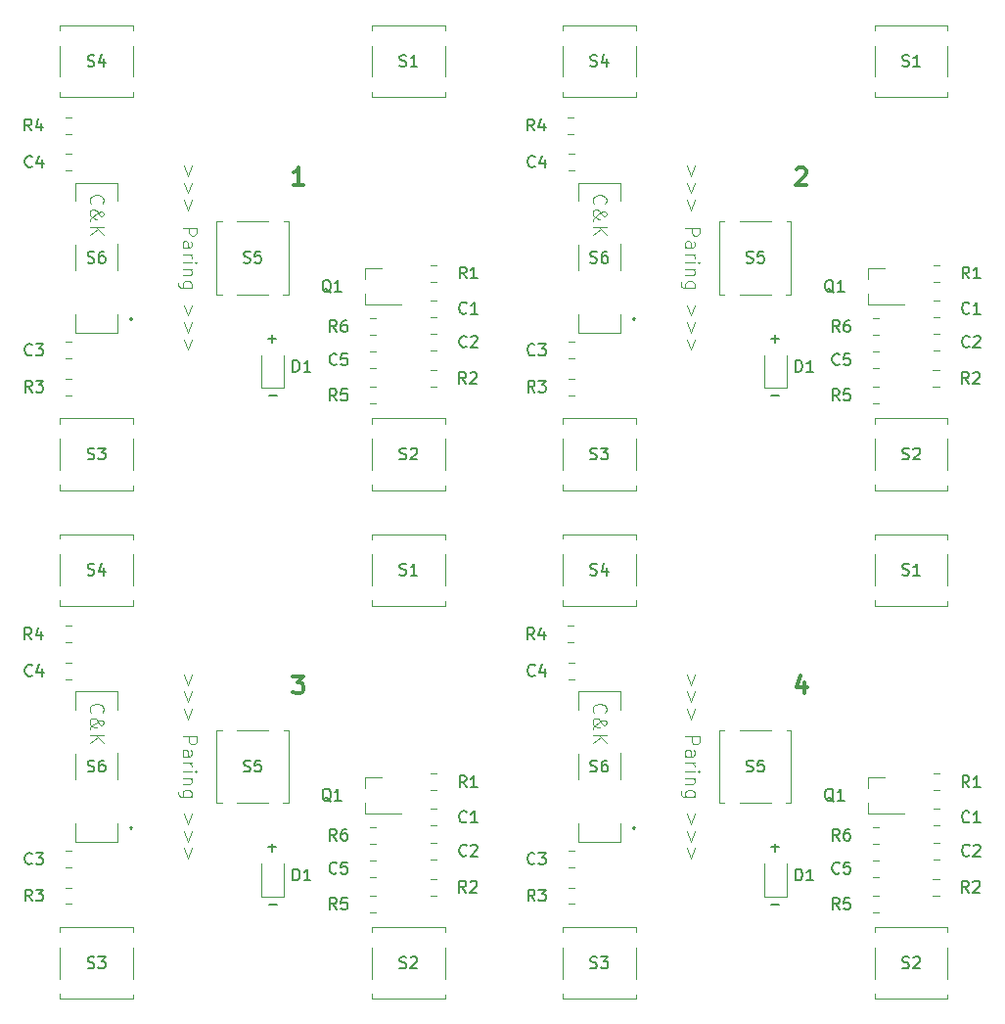
<source format=gbr>
G04 #@! TF.GenerationSoftware,KiCad,Pcbnew,(5.0.2)-1*
G04 #@! TF.CreationDate,2020-07-10T17:38:52+02:00*
G04 #@! TF.ProjectId,IKEA_Button2,494b4541-5f42-4757-9474-6f6e322e6b69,rev?*
G04 #@! TF.SameCoordinates,Original*
G04 #@! TF.FileFunction,Legend,Top*
G04 #@! TF.FilePolarity,Positive*
%FSLAX46Y46*%
G04 Gerber Fmt 4.6, Leading zero omitted, Abs format (unit mm)*
G04 Created by KiCad (PCBNEW (5.0.2)-1) date 10-07-2020 17:38:52*
%MOMM*%
%LPD*%
G01*
G04 APERTURE LIST*
%ADD10C,0.300000*%
%ADD11C,0.120000*%
%ADD12C,0.200000*%
%ADD13C,0.100000*%
%ADD14C,0.150000*%
G04 APERTURE END LIST*
D10*
X111785714Y-64678571D02*
X111785714Y-65678571D01*
X111428571Y-64107142D02*
X111071428Y-65178571D01*
X112000000Y-65178571D01*
X67500000Y-64178571D02*
X68428571Y-64178571D01*
X67928571Y-64750000D01*
X68142857Y-64750000D01*
X68285714Y-64821428D01*
X68357142Y-64892857D01*
X68428571Y-65035714D01*
X68428571Y-65392857D01*
X68357142Y-65535714D01*
X68285714Y-65607142D01*
X68142857Y-65678571D01*
X67714285Y-65678571D01*
X67571428Y-65607142D01*
X67500000Y-65535714D01*
X111071428Y-20321428D02*
X111142857Y-20250000D01*
X111285714Y-20178571D01*
X111642857Y-20178571D01*
X111785714Y-20250000D01*
X111857142Y-20321428D01*
X111928571Y-20464285D01*
X111928571Y-20607142D01*
X111857142Y-20821428D01*
X111000000Y-21678571D01*
X111928571Y-21678571D01*
X68428571Y-21678571D02*
X67571428Y-21678571D01*
X68000000Y-21678571D02*
X68000000Y-20178571D01*
X67857142Y-20392857D01*
X67714285Y-20535714D01*
X67571428Y-20607142D01*
D11*
X50041428Y-67318571D02*
X49984285Y-67261428D01*
X49927142Y-67090000D01*
X49927142Y-66975714D01*
X49984285Y-66804285D01*
X50098571Y-66690000D01*
X50212857Y-66632857D01*
X50441428Y-66575714D01*
X50612857Y-66575714D01*
X50841428Y-66632857D01*
X50955714Y-66690000D01*
X51070000Y-66804285D01*
X51127142Y-66975714D01*
X51127142Y-67090000D01*
X51070000Y-67261428D01*
X51012857Y-67318571D01*
X49927142Y-68804285D02*
X49927142Y-68747142D01*
X49984285Y-68632857D01*
X50155714Y-68461428D01*
X50498571Y-68175714D01*
X50670000Y-68061428D01*
X50841428Y-68004285D01*
X50955714Y-68004285D01*
X51070000Y-68061428D01*
X51127142Y-68175714D01*
X51127142Y-68232857D01*
X51070000Y-68347142D01*
X50955714Y-68404285D01*
X50898571Y-68404285D01*
X50784285Y-68347142D01*
X50727142Y-68290000D01*
X50498571Y-67947142D01*
X50441428Y-67890000D01*
X50327142Y-67832857D01*
X50155714Y-67832857D01*
X50041428Y-67890000D01*
X49984285Y-67947142D01*
X49927142Y-68061428D01*
X49927142Y-68232857D01*
X49984285Y-68347142D01*
X50041428Y-68404285D01*
X50270000Y-68575714D01*
X50441428Y-68632857D01*
X50555714Y-68632857D01*
X49927142Y-69318571D02*
X51127142Y-69318571D01*
X49927142Y-70004285D02*
X50612857Y-69490000D01*
X51127142Y-70004285D02*
X50441428Y-69318571D01*
X58757142Y-64028571D02*
X58414285Y-64942857D01*
X58071428Y-64028571D01*
X58757142Y-65514285D02*
X58414285Y-66428571D01*
X58071428Y-65514285D01*
X58757142Y-67000000D02*
X58414285Y-67914285D01*
X58071428Y-67000000D01*
X57957142Y-69400000D02*
X59157142Y-69400000D01*
X59157142Y-69857142D01*
X59100000Y-69971428D01*
X59042857Y-70028571D01*
X58928571Y-70085714D01*
X58757142Y-70085714D01*
X58642857Y-70028571D01*
X58585714Y-69971428D01*
X58528571Y-69857142D01*
X58528571Y-69400000D01*
X57957142Y-71114285D02*
X58585714Y-71114285D01*
X58700000Y-71057142D01*
X58757142Y-70942857D01*
X58757142Y-70714285D01*
X58700000Y-70600000D01*
X58014285Y-71114285D02*
X57957142Y-71000000D01*
X57957142Y-70714285D01*
X58014285Y-70600000D01*
X58128571Y-70542857D01*
X58242857Y-70542857D01*
X58357142Y-70600000D01*
X58414285Y-70714285D01*
X58414285Y-71000000D01*
X58471428Y-71114285D01*
X57957142Y-71685714D02*
X58757142Y-71685714D01*
X58528571Y-71685714D02*
X58642857Y-71742857D01*
X58700000Y-71800000D01*
X58757142Y-71914285D01*
X58757142Y-72028571D01*
X57957142Y-72428571D02*
X58757142Y-72428571D01*
X59157142Y-72428571D02*
X59100000Y-72371428D01*
X59042857Y-72428571D01*
X59100000Y-72485714D01*
X59157142Y-72428571D01*
X59042857Y-72428571D01*
X58757142Y-73000000D02*
X57957142Y-73000000D01*
X58642857Y-73000000D02*
X58700000Y-73057142D01*
X58757142Y-73171428D01*
X58757142Y-73342857D01*
X58700000Y-73457142D01*
X58585714Y-73514285D01*
X57957142Y-73514285D01*
X58757142Y-74600000D02*
X57785714Y-74600000D01*
X57671428Y-74542857D01*
X57614285Y-74485714D01*
X57557142Y-74371428D01*
X57557142Y-74200000D01*
X57614285Y-74085714D01*
X58014285Y-74600000D02*
X57957142Y-74485714D01*
X57957142Y-74257142D01*
X58014285Y-74142857D01*
X58071428Y-74085714D01*
X58185714Y-74028571D01*
X58528571Y-74028571D01*
X58642857Y-74085714D01*
X58700000Y-74142857D01*
X58757142Y-74257142D01*
X58757142Y-74485714D01*
X58700000Y-74600000D01*
X58757142Y-76085714D02*
X58414285Y-77000000D01*
X58071428Y-76085714D01*
X58757142Y-77571428D02*
X58414285Y-78485714D01*
X58071428Y-77571428D01*
X58757142Y-79057142D02*
X58414285Y-79971428D01*
X58071428Y-79057142D01*
D12*
X65410000Y-83910000D02*
X66080000Y-83910000D01*
X65730000Y-78660000D02*
X65730000Y-79330000D01*
X65390000Y-78980000D02*
X66060000Y-78980000D01*
D11*
X102257142Y-64028571D02*
X101914285Y-64942857D01*
X101571428Y-64028571D01*
X102257142Y-65514285D02*
X101914285Y-66428571D01*
X101571428Y-65514285D01*
X102257142Y-67000000D02*
X101914285Y-67914285D01*
X101571428Y-67000000D01*
X101457142Y-69400000D02*
X102657142Y-69400000D01*
X102657142Y-69857142D01*
X102600000Y-69971428D01*
X102542857Y-70028571D01*
X102428571Y-70085714D01*
X102257142Y-70085714D01*
X102142857Y-70028571D01*
X102085714Y-69971428D01*
X102028571Y-69857142D01*
X102028571Y-69400000D01*
X101457142Y-71114285D02*
X102085714Y-71114285D01*
X102200000Y-71057142D01*
X102257142Y-70942857D01*
X102257142Y-70714285D01*
X102200000Y-70600000D01*
X101514285Y-71114285D02*
X101457142Y-71000000D01*
X101457142Y-70714285D01*
X101514285Y-70600000D01*
X101628571Y-70542857D01*
X101742857Y-70542857D01*
X101857142Y-70600000D01*
X101914285Y-70714285D01*
X101914285Y-71000000D01*
X101971428Y-71114285D01*
X101457142Y-71685714D02*
X102257142Y-71685714D01*
X102028571Y-71685714D02*
X102142857Y-71742857D01*
X102200000Y-71800000D01*
X102257142Y-71914285D01*
X102257142Y-72028571D01*
X101457142Y-72428571D02*
X102257142Y-72428571D01*
X102657142Y-72428571D02*
X102600000Y-72371428D01*
X102542857Y-72428571D01*
X102600000Y-72485714D01*
X102657142Y-72428571D01*
X102542857Y-72428571D01*
X102257142Y-73000000D02*
X101457142Y-73000000D01*
X102142857Y-73000000D02*
X102200000Y-73057142D01*
X102257142Y-73171428D01*
X102257142Y-73342857D01*
X102200000Y-73457142D01*
X102085714Y-73514285D01*
X101457142Y-73514285D01*
X102257142Y-74600000D02*
X101285714Y-74600000D01*
X101171428Y-74542857D01*
X101114285Y-74485714D01*
X101057142Y-74371428D01*
X101057142Y-74200000D01*
X101114285Y-74085714D01*
X101514285Y-74600000D02*
X101457142Y-74485714D01*
X101457142Y-74257142D01*
X101514285Y-74142857D01*
X101571428Y-74085714D01*
X101685714Y-74028571D01*
X102028571Y-74028571D01*
X102142857Y-74085714D01*
X102200000Y-74142857D01*
X102257142Y-74257142D01*
X102257142Y-74485714D01*
X102200000Y-74600000D01*
X102257142Y-76085714D02*
X101914285Y-77000000D01*
X101571428Y-76085714D01*
X102257142Y-77571428D02*
X101914285Y-78485714D01*
X101571428Y-77571428D01*
X102257142Y-79057142D02*
X101914285Y-79971428D01*
X101571428Y-79057142D01*
X93541428Y-67318571D02*
X93484285Y-67261428D01*
X93427142Y-67090000D01*
X93427142Y-66975714D01*
X93484285Y-66804285D01*
X93598571Y-66690000D01*
X93712857Y-66632857D01*
X93941428Y-66575714D01*
X94112857Y-66575714D01*
X94341428Y-66632857D01*
X94455714Y-66690000D01*
X94570000Y-66804285D01*
X94627142Y-66975714D01*
X94627142Y-67090000D01*
X94570000Y-67261428D01*
X94512857Y-67318571D01*
X93427142Y-68804285D02*
X93427142Y-68747142D01*
X93484285Y-68632857D01*
X93655714Y-68461428D01*
X93998571Y-68175714D01*
X94170000Y-68061428D01*
X94341428Y-68004285D01*
X94455714Y-68004285D01*
X94570000Y-68061428D01*
X94627142Y-68175714D01*
X94627142Y-68232857D01*
X94570000Y-68347142D01*
X94455714Y-68404285D01*
X94398571Y-68404285D01*
X94284285Y-68347142D01*
X94227142Y-68290000D01*
X93998571Y-67947142D01*
X93941428Y-67890000D01*
X93827142Y-67832857D01*
X93655714Y-67832857D01*
X93541428Y-67890000D01*
X93484285Y-67947142D01*
X93427142Y-68061428D01*
X93427142Y-68232857D01*
X93484285Y-68347142D01*
X93541428Y-68404285D01*
X93770000Y-68575714D01*
X93941428Y-68632857D01*
X94055714Y-68632857D01*
X93427142Y-69318571D02*
X94627142Y-69318571D01*
X93427142Y-70004285D02*
X94112857Y-69490000D01*
X94627142Y-70004285D02*
X93941428Y-69318571D01*
D12*
X108910000Y-83910000D02*
X109580000Y-83910000D01*
X109230000Y-78660000D02*
X109230000Y-79330000D01*
X108890000Y-78980000D02*
X109560000Y-78980000D01*
X108910000Y-39910000D02*
X109580000Y-39910000D01*
X109230000Y-34660000D02*
X109230000Y-35330000D01*
X108890000Y-34980000D02*
X109560000Y-34980000D01*
D11*
X102257142Y-20028571D02*
X101914285Y-20942857D01*
X101571428Y-20028571D01*
X102257142Y-21514285D02*
X101914285Y-22428571D01*
X101571428Y-21514285D01*
X102257142Y-23000000D02*
X101914285Y-23914285D01*
X101571428Y-23000000D01*
X101457142Y-25400000D02*
X102657142Y-25400000D01*
X102657142Y-25857142D01*
X102600000Y-25971428D01*
X102542857Y-26028571D01*
X102428571Y-26085714D01*
X102257142Y-26085714D01*
X102142857Y-26028571D01*
X102085714Y-25971428D01*
X102028571Y-25857142D01*
X102028571Y-25400000D01*
X101457142Y-27114285D02*
X102085714Y-27114285D01*
X102200000Y-27057142D01*
X102257142Y-26942857D01*
X102257142Y-26714285D01*
X102200000Y-26600000D01*
X101514285Y-27114285D02*
X101457142Y-27000000D01*
X101457142Y-26714285D01*
X101514285Y-26600000D01*
X101628571Y-26542857D01*
X101742857Y-26542857D01*
X101857142Y-26600000D01*
X101914285Y-26714285D01*
X101914285Y-27000000D01*
X101971428Y-27114285D01*
X101457142Y-27685714D02*
X102257142Y-27685714D01*
X102028571Y-27685714D02*
X102142857Y-27742857D01*
X102200000Y-27800000D01*
X102257142Y-27914285D01*
X102257142Y-28028571D01*
X101457142Y-28428571D02*
X102257142Y-28428571D01*
X102657142Y-28428571D02*
X102600000Y-28371428D01*
X102542857Y-28428571D01*
X102600000Y-28485714D01*
X102657142Y-28428571D01*
X102542857Y-28428571D01*
X102257142Y-29000000D02*
X101457142Y-29000000D01*
X102142857Y-29000000D02*
X102200000Y-29057142D01*
X102257142Y-29171428D01*
X102257142Y-29342857D01*
X102200000Y-29457142D01*
X102085714Y-29514285D01*
X101457142Y-29514285D01*
X102257142Y-30600000D02*
X101285714Y-30600000D01*
X101171428Y-30542857D01*
X101114285Y-30485714D01*
X101057142Y-30371428D01*
X101057142Y-30200000D01*
X101114285Y-30085714D01*
X101514285Y-30600000D02*
X101457142Y-30485714D01*
X101457142Y-30257142D01*
X101514285Y-30142857D01*
X101571428Y-30085714D01*
X101685714Y-30028571D01*
X102028571Y-30028571D01*
X102142857Y-30085714D01*
X102200000Y-30142857D01*
X102257142Y-30257142D01*
X102257142Y-30485714D01*
X102200000Y-30600000D01*
X102257142Y-32085714D02*
X101914285Y-33000000D01*
X101571428Y-32085714D01*
X102257142Y-33571428D02*
X101914285Y-34485714D01*
X101571428Y-33571428D01*
X102257142Y-35057142D02*
X101914285Y-35971428D01*
X101571428Y-35057142D01*
X93541428Y-23318571D02*
X93484285Y-23261428D01*
X93427142Y-23090000D01*
X93427142Y-22975714D01*
X93484285Y-22804285D01*
X93598571Y-22690000D01*
X93712857Y-22632857D01*
X93941428Y-22575714D01*
X94112857Y-22575714D01*
X94341428Y-22632857D01*
X94455714Y-22690000D01*
X94570000Y-22804285D01*
X94627142Y-22975714D01*
X94627142Y-23090000D01*
X94570000Y-23261428D01*
X94512857Y-23318571D01*
X93427142Y-24804285D02*
X93427142Y-24747142D01*
X93484285Y-24632857D01*
X93655714Y-24461428D01*
X93998571Y-24175714D01*
X94170000Y-24061428D01*
X94341428Y-24004285D01*
X94455714Y-24004285D01*
X94570000Y-24061428D01*
X94627142Y-24175714D01*
X94627142Y-24232857D01*
X94570000Y-24347142D01*
X94455714Y-24404285D01*
X94398571Y-24404285D01*
X94284285Y-24347142D01*
X94227142Y-24290000D01*
X93998571Y-23947142D01*
X93941428Y-23890000D01*
X93827142Y-23832857D01*
X93655714Y-23832857D01*
X93541428Y-23890000D01*
X93484285Y-23947142D01*
X93427142Y-24061428D01*
X93427142Y-24232857D01*
X93484285Y-24347142D01*
X93541428Y-24404285D01*
X93770000Y-24575714D01*
X93941428Y-24632857D01*
X94055714Y-24632857D01*
X93427142Y-25318571D02*
X94627142Y-25318571D01*
X93427142Y-26004285D02*
X94112857Y-25490000D01*
X94627142Y-26004285D02*
X93941428Y-25318571D01*
X50041428Y-23318571D02*
X49984285Y-23261428D01*
X49927142Y-23090000D01*
X49927142Y-22975714D01*
X49984285Y-22804285D01*
X50098571Y-22690000D01*
X50212857Y-22632857D01*
X50441428Y-22575714D01*
X50612857Y-22575714D01*
X50841428Y-22632857D01*
X50955714Y-22690000D01*
X51070000Y-22804285D01*
X51127142Y-22975714D01*
X51127142Y-23090000D01*
X51070000Y-23261428D01*
X51012857Y-23318571D01*
X49927142Y-24804285D02*
X49927142Y-24747142D01*
X49984285Y-24632857D01*
X50155714Y-24461428D01*
X50498571Y-24175714D01*
X50670000Y-24061428D01*
X50841428Y-24004285D01*
X50955714Y-24004285D01*
X51070000Y-24061428D01*
X51127142Y-24175714D01*
X51127142Y-24232857D01*
X51070000Y-24347142D01*
X50955714Y-24404285D01*
X50898571Y-24404285D01*
X50784285Y-24347142D01*
X50727142Y-24290000D01*
X50498571Y-23947142D01*
X50441428Y-23890000D01*
X50327142Y-23832857D01*
X50155714Y-23832857D01*
X50041428Y-23890000D01*
X49984285Y-23947142D01*
X49927142Y-24061428D01*
X49927142Y-24232857D01*
X49984285Y-24347142D01*
X50041428Y-24404285D01*
X50270000Y-24575714D01*
X50441428Y-24632857D01*
X50555714Y-24632857D01*
X49927142Y-25318571D02*
X51127142Y-25318571D01*
X49927142Y-26004285D02*
X50612857Y-25490000D01*
X51127142Y-26004285D02*
X50441428Y-25318571D01*
X58757142Y-20028571D02*
X58414285Y-20942857D01*
X58071428Y-20028571D01*
X58757142Y-21514285D02*
X58414285Y-22428571D01*
X58071428Y-21514285D01*
X58757142Y-23000000D02*
X58414285Y-23914285D01*
X58071428Y-23000000D01*
X57957142Y-25400000D02*
X59157142Y-25400000D01*
X59157142Y-25857142D01*
X59100000Y-25971428D01*
X59042857Y-26028571D01*
X58928571Y-26085714D01*
X58757142Y-26085714D01*
X58642857Y-26028571D01*
X58585714Y-25971428D01*
X58528571Y-25857142D01*
X58528571Y-25400000D01*
X57957142Y-27114285D02*
X58585714Y-27114285D01*
X58700000Y-27057142D01*
X58757142Y-26942857D01*
X58757142Y-26714285D01*
X58700000Y-26600000D01*
X58014285Y-27114285D02*
X57957142Y-27000000D01*
X57957142Y-26714285D01*
X58014285Y-26600000D01*
X58128571Y-26542857D01*
X58242857Y-26542857D01*
X58357142Y-26600000D01*
X58414285Y-26714285D01*
X58414285Y-27000000D01*
X58471428Y-27114285D01*
X57957142Y-27685714D02*
X58757142Y-27685714D01*
X58528571Y-27685714D02*
X58642857Y-27742857D01*
X58700000Y-27800000D01*
X58757142Y-27914285D01*
X58757142Y-28028571D01*
X57957142Y-28428571D02*
X58757142Y-28428571D01*
X59157142Y-28428571D02*
X59100000Y-28371428D01*
X59042857Y-28428571D01*
X59100000Y-28485714D01*
X59157142Y-28428571D01*
X59042857Y-28428571D01*
X58757142Y-29000000D02*
X57957142Y-29000000D01*
X58642857Y-29000000D02*
X58700000Y-29057142D01*
X58757142Y-29171428D01*
X58757142Y-29342857D01*
X58700000Y-29457142D01*
X58585714Y-29514285D01*
X57957142Y-29514285D01*
X58757142Y-30600000D02*
X57785714Y-30600000D01*
X57671428Y-30542857D01*
X57614285Y-30485714D01*
X57557142Y-30371428D01*
X57557142Y-30200000D01*
X57614285Y-30085714D01*
X58014285Y-30600000D02*
X57957142Y-30485714D01*
X57957142Y-30257142D01*
X58014285Y-30142857D01*
X58071428Y-30085714D01*
X58185714Y-30028571D01*
X58528571Y-30028571D01*
X58642857Y-30085714D01*
X58700000Y-30142857D01*
X58757142Y-30257142D01*
X58757142Y-30485714D01*
X58700000Y-30600000D01*
X58757142Y-32085714D02*
X58414285Y-33000000D01*
X58071428Y-32085714D01*
X58757142Y-33571428D02*
X58414285Y-34485714D01*
X58071428Y-33571428D01*
X58757142Y-35057142D02*
X58414285Y-35971428D01*
X58071428Y-35057142D01*
D12*
X65730000Y-34660000D02*
X65730000Y-35330000D01*
X65390000Y-34980000D02*
X66060000Y-34980000D01*
X65410000Y-39910000D02*
X66080000Y-39910000D01*
D11*
G04 #@! TO.C,S3*
X47350000Y-91650000D02*
X47350000Y-92100000D01*
X47350000Y-92100000D02*
X53650000Y-92100000D01*
X53650000Y-92100000D02*
X53650000Y-91700000D01*
X47350000Y-90350000D02*
X47350000Y-87650000D01*
X53650000Y-87650000D02*
X53650000Y-90350000D01*
X47350000Y-85900000D02*
X53650000Y-85900000D01*
X53650000Y-85900000D02*
X53650000Y-86350000D01*
X47350000Y-86350000D02*
X47350000Y-85900000D01*
G04 #@! TO.C,S2*
X74350000Y-91650000D02*
X74350000Y-92100000D01*
X74350000Y-92100000D02*
X80650000Y-92100000D01*
X80650000Y-92100000D02*
X80650000Y-91700000D01*
X74350000Y-90350000D02*
X74350000Y-87650000D01*
X80650000Y-87650000D02*
X80650000Y-90350000D01*
X74350000Y-85900000D02*
X80650000Y-85900000D01*
X80650000Y-85900000D02*
X80650000Y-86350000D01*
X74350000Y-86350000D02*
X74350000Y-85900000D01*
G04 #@! TO.C,S1*
X74350000Y-57650000D02*
X74350000Y-58100000D01*
X74350000Y-58100000D02*
X80650000Y-58100000D01*
X80650000Y-58100000D02*
X80650000Y-57700000D01*
X74350000Y-56350000D02*
X74350000Y-53650000D01*
X80650000Y-53650000D02*
X80650000Y-56350000D01*
X74350000Y-51900000D02*
X80650000Y-51900000D01*
X80650000Y-51900000D02*
X80650000Y-52350000D01*
X74350000Y-52350000D02*
X74350000Y-51900000D01*
G04 #@! TO.C,S4*
X53650000Y-52350000D02*
X53650000Y-51900000D01*
X53650000Y-51900000D02*
X47350000Y-51900000D01*
X47350000Y-51900000D02*
X47350000Y-52300000D01*
X53650000Y-53650000D02*
X53650000Y-56350000D01*
X47350000Y-56350000D02*
X47350000Y-53650000D01*
X53650000Y-58100000D02*
X47350000Y-58100000D01*
X47350000Y-58100000D02*
X47350000Y-57650000D01*
X53650000Y-57650000D02*
X53650000Y-58100000D01*
G04 #@! TO.C,S2*
X117850000Y-91650000D02*
X117850000Y-92100000D01*
X117850000Y-92100000D02*
X124150000Y-92100000D01*
X124150000Y-92100000D02*
X124150000Y-91700000D01*
X117850000Y-90350000D02*
X117850000Y-87650000D01*
X124150000Y-87650000D02*
X124150000Y-90350000D01*
X117850000Y-85900000D02*
X124150000Y-85900000D01*
X124150000Y-85900000D02*
X124150000Y-86350000D01*
X117850000Y-86350000D02*
X117850000Y-85900000D01*
G04 #@! TO.C,S1*
X117850000Y-57650000D02*
X117850000Y-58100000D01*
X117850000Y-58100000D02*
X124150000Y-58100000D01*
X124150000Y-58100000D02*
X124150000Y-57700000D01*
X117850000Y-56350000D02*
X117850000Y-53650000D01*
X124150000Y-53650000D02*
X124150000Y-56350000D01*
X117850000Y-51900000D02*
X124150000Y-51900000D01*
X124150000Y-51900000D02*
X124150000Y-52350000D01*
X117850000Y-52350000D02*
X117850000Y-51900000D01*
G04 #@! TO.C,S4*
X97150000Y-52350000D02*
X97150000Y-51900000D01*
X97150000Y-51900000D02*
X90850000Y-51900000D01*
X90850000Y-51900000D02*
X90850000Y-52300000D01*
X97150000Y-53650000D02*
X97150000Y-56350000D01*
X90850000Y-56350000D02*
X90850000Y-53650000D01*
X97150000Y-58100000D02*
X90850000Y-58100000D01*
X90850000Y-58100000D02*
X90850000Y-57650000D01*
X97150000Y-57650000D02*
X97150000Y-58100000D01*
G04 #@! TO.C,S3*
X90850000Y-91650000D02*
X90850000Y-92100000D01*
X90850000Y-92100000D02*
X97150000Y-92100000D01*
X97150000Y-92100000D02*
X97150000Y-91700000D01*
X90850000Y-90350000D02*
X90850000Y-87650000D01*
X97150000Y-87650000D02*
X97150000Y-90350000D01*
X90850000Y-85900000D02*
X97150000Y-85900000D01*
X97150000Y-85900000D02*
X97150000Y-86350000D01*
X90850000Y-86350000D02*
X90850000Y-85900000D01*
G04 #@! TO.C,S4*
X97150000Y-8350000D02*
X97150000Y-7900000D01*
X97150000Y-7900000D02*
X90850000Y-7900000D01*
X90850000Y-7900000D02*
X90850000Y-8300000D01*
X97150000Y-9650000D02*
X97150000Y-12350000D01*
X90850000Y-12350000D02*
X90850000Y-9650000D01*
X97150000Y-14100000D02*
X90850000Y-14100000D01*
X90850000Y-14100000D02*
X90850000Y-13650000D01*
X97150000Y-13650000D02*
X97150000Y-14100000D01*
G04 #@! TO.C,S3*
X90850000Y-47650000D02*
X90850000Y-48100000D01*
X90850000Y-48100000D02*
X97150000Y-48100000D01*
X97150000Y-48100000D02*
X97150000Y-47700000D01*
X90850000Y-46350000D02*
X90850000Y-43650000D01*
X97150000Y-43650000D02*
X97150000Y-46350000D01*
X90850000Y-41900000D02*
X97150000Y-41900000D01*
X97150000Y-41900000D02*
X97150000Y-42350000D01*
X90850000Y-42350000D02*
X90850000Y-41900000D01*
G04 #@! TO.C,S2*
X117850000Y-47650000D02*
X117850000Y-48100000D01*
X117850000Y-48100000D02*
X124150000Y-48100000D01*
X124150000Y-48100000D02*
X124150000Y-47700000D01*
X117850000Y-46350000D02*
X117850000Y-43650000D01*
X124150000Y-43650000D02*
X124150000Y-46350000D01*
X117850000Y-41900000D02*
X124150000Y-41900000D01*
X124150000Y-41900000D02*
X124150000Y-42350000D01*
X117850000Y-42350000D02*
X117850000Y-41900000D01*
G04 #@! TO.C,S1*
X117850000Y-13650000D02*
X117850000Y-14100000D01*
X117850000Y-14100000D02*
X124150000Y-14100000D01*
X124150000Y-14100000D02*
X124150000Y-13700000D01*
X117850000Y-12350000D02*
X117850000Y-9650000D01*
X124150000Y-9650000D02*
X124150000Y-12350000D01*
X117850000Y-7900000D02*
X124150000Y-7900000D01*
X124150000Y-7900000D02*
X124150000Y-8350000D01*
X117850000Y-8350000D02*
X117850000Y-7900000D01*
G04 #@! TO.C,S4*
X53650000Y-8350000D02*
X53650000Y-7900000D01*
X53650000Y-7900000D02*
X47350000Y-7900000D01*
X47350000Y-7900000D02*
X47350000Y-8300000D01*
X53650000Y-9650000D02*
X53650000Y-12350000D01*
X47350000Y-12350000D02*
X47350000Y-9650000D01*
X53650000Y-14100000D02*
X47350000Y-14100000D01*
X47350000Y-14100000D02*
X47350000Y-13650000D01*
X53650000Y-13650000D02*
X53650000Y-14100000D01*
G04 #@! TO.C,S3*
X47350000Y-47650000D02*
X47350000Y-48100000D01*
X47350000Y-48100000D02*
X53650000Y-48100000D01*
X53650000Y-48100000D02*
X53650000Y-47700000D01*
X47350000Y-46350000D02*
X47350000Y-43650000D01*
X53650000Y-43650000D02*
X53650000Y-46350000D01*
X47350000Y-41900000D02*
X53650000Y-41900000D01*
X53650000Y-41900000D02*
X53650000Y-42350000D01*
X47350000Y-42350000D02*
X47350000Y-41900000D01*
G04 #@! TO.C,S2*
X74350000Y-47650000D02*
X74350000Y-48100000D01*
X74350000Y-48100000D02*
X80650000Y-48100000D01*
X80650000Y-48100000D02*
X80650000Y-47700000D01*
X74350000Y-46350000D02*
X74350000Y-43650000D01*
X80650000Y-43650000D02*
X80650000Y-46350000D01*
X74350000Y-41900000D02*
X80650000Y-41900000D01*
X80650000Y-41900000D02*
X80650000Y-42350000D01*
X74350000Y-42350000D02*
X74350000Y-41900000D01*
G04 #@! TO.C,S1*
X74350000Y-13650000D02*
X74350000Y-14100000D01*
X74350000Y-14100000D02*
X80650000Y-14100000D01*
X80650000Y-14100000D02*
X80650000Y-13700000D01*
X74350000Y-12350000D02*
X74350000Y-9650000D01*
X80650000Y-9650000D02*
X80650000Y-12350000D01*
X74350000Y-7900000D02*
X80650000Y-7900000D01*
X80650000Y-7900000D02*
X80650000Y-8350000D01*
X74350000Y-8350000D02*
X74350000Y-7900000D01*
G04 #@! TO.C,S5*
X61350000Y-75150000D02*
X60900000Y-75150000D01*
X60900000Y-68850000D02*
X61350000Y-68850000D01*
X60900000Y-75150000D02*
X60900000Y-68850000D01*
X62650000Y-68850000D02*
X65350000Y-68850000D01*
X65350000Y-75150000D02*
X62650000Y-75150000D01*
X67100000Y-68850000D02*
X66700000Y-68850000D01*
X67100000Y-75150000D02*
X67100000Y-68850000D01*
X66650000Y-75150000D02*
X67100000Y-75150000D01*
G04 #@! TO.C,R2*
X79903011Y-81730911D02*
X79380507Y-81730911D01*
X79903011Y-83150911D02*
X79380507Y-83150911D01*
G04 #@! TO.C,R1*
X79933011Y-74050911D02*
X79410507Y-74050911D01*
X79933011Y-72630911D02*
X79410507Y-72630911D01*
G04 #@! TO.C,R6*
X74188748Y-78660000D02*
X74711252Y-78660000D01*
X74188748Y-77240000D02*
X74711252Y-77240000D01*
G04 #@! TO.C,R3*
X47828748Y-82465000D02*
X48351252Y-82465000D01*
X47828748Y-83885000D02*
X48351252Y-83885000D01*
G04 #@! TO.C,R4*
X47788748Y-61265000D02*
X48311252Y-61265000D01*
X47788748Y-59845000D02*
X48311252Y-59845000D01*
G04 #@! TO.C,Q1*
X73720000Y-72900000D02*
X75180000Y-72900000D01*
X73720000Y-76060000D02*
X76880000Y-76060000D01*
X73720000Y-76060000D02*
X73720000Y-75130000D01*
X73720000Y-72900000D02*
X73720000Y-73830000D01*
G04 #@! TO.C,D1*
X66710000Y-83260000D02*
X66710000Y-80400000D01*
X64790000Y-83260000D02*
X66710000Y-83260000D01*
X64790000Y-80400000D02*
X64790000Y-83260000D01*
G04 #@! TO.C,C1*
X79943011Y-75680911D02*
X79420507Y-75680911D01*
X79943011Y-77100911D02*
X79420507Y-77100911D01*
G04 #@! TO.C,C2*
X79950252Y-80010000D02*
X79427748Y-80010000D01*
X79950252Y-78590000D02*
X79427748Y-78590000D01*
G04 #@! TO.C,C4*
X47838748Y-64440000D02*
X48361252Y-64440000D01*
X47838748Y-63020000D02*
X48361252Y-63020000D01*
G04 #@! TO.C,C3*
X47828748Y-79290000D02*
X48351252Y-79290000D01*
X47828748Y-80710000D02*
X48351252Y-80710000D01*
G04 #@! TO.C,C5*
X74711252Y-80115000D02*
X74188748Y-80115000D01*
X74711252Y-81535000D02*
X74188748Y-81535000D01*
D13*
G04 #@! TO.C,S6*
X52300000Y-76900000D02*
X52300000Y-78500000D01*
X52300000Y-78500000D02*
X48700000Y-78500000D01*
X48700000Y-78500000D02*
X48700000Y-76900000D01*
X48700000Y-73100000D02*
X48700000Y-70900000D01*
X52300000Y-73100000D02*
X52300000Y-70800000D01*
X48700000Y-67100000D02*
X48700000Y-65500000D01*
X48700000Y-65500000D02*
X52300000Y-65500000D01*
X52300000Y-65500000D02*
X52300000Y-67100000D01*
D12*
X53500000Y-77400000D02*
X53500000Y-77400000D01*
X53500000Y-77200000D02*
X53500000Y-77200000D01*
X53500000Y-77200000D02*
G75*
G02X53500000Y-77400000I0J-100000D01*
G01*
X53500000Y-77400000D02*
G75*
G02X53500000Y-77200000I0J100000D01*
G01*
D11*
G04 #@! TO.C,R5*
X74706252Y-83190000D02*
X74183748Y-83190000D01*
X74706252Y-84610000D02*
X74183748Y-84610000D01*
G04 #@! TO.C,S5*
X110150000Y-75150000D02*
X110600000Y-75150000D01*
X110600000Y-75150000D02*
X110600000Y-68850000D01*
X110600000Y-68850000D02*
X110200000Y-68850000D01*
X108850000Y-75150000D02*
X106150000Y-75150000D01*
X106150000Y-68850000D02*
X108850000Y-68850000D01*
X104400000Y-75150000D02*
X104400000Y-68850000D01*
X104400000Y-68850000D02*
X104850000Y-68850000D01*
X104850000Y-75150000D02*
X104400000Y-75150000D01*
G04 #@! TO.C,R2*
X123403011Y-83150911D02*
X122880507Y-83150911D01*
X123403011Y-81730911D02*
X122880507Y-81730911D01*
G04 #@! TO.C,R1*
X123433011Y-72630911D02*
X122910507Y-72630911D01*
X123433011Y-74050911D02*
X122910507Y-74050911D01*
G04 #@! TO.C,R6*
X117688748Y-77240000D02*
X118211252Y-77240000D01*
X117688748Y-78660000D02*
X118211252Y-78660000D01*
G04 #@! TO.C,R3*
X91328748Y-83885000D02*
X91851252Y-83885000D01*
X91328748Y-82465000D02*
X91851252Y-82465000D01*
G04 #@! TO.C,R4*
X91288748Y-59845000D02*
X91811252Y-59845000D01*
X91288748Y-61265000D02*
X91811252Y-61265000D01*
G04 #@! TO.C,Q1*
X117220000Y-72900000D02*
X117220000Y-73830000D01*
X117220000Y-76060000D02*
X117220000Y-75130000D01*
X117220000Y-76060000D02*
X120380000Y-76060000D01*
X117220000Y-72900000D02*
X118680000Y-72900000D01*
G04 #@! TO.C,D1*
X108290000Y-80400000D02*
X108290000Y-83260000D01*
X108290000Y-83260000D02*
X110210000Y-83260000D01*
X110210000Y-83260000D02*
X110210000Y-80400000D01*
G04 #@! TO.C,C1*
X123443011Y-77100911D02*
X122920507Y-77100911D01*
X123443011Y-75680911D02*
X122920507Y-75680911D01*
G04 #@! TO.C,C2*
X123450252Y-78590000D02*
X122927748Y-78590000D01*
X123450252Y-80010000D02*
X122927748Y-80010000D01*
G04 #@! TO.C,C4*
X91338748Y-63020000D02*
X91861252Y-63020000D01*
X91338748Y-64440000D02*
X91861252Y-64440000D01*
G04 #@! TO.C,C3*
X91328748Y-80710000D02*
X91851252Y-80710000D01*
X91328748Y-79290000D02*
X91851252Y-79290000D01*
G04 #@! TO.C,C5*
X118211252Y-81535000D02*
X117688748Y-81535000D01*
X118211252Y-80115000D02*
X117688748Y-80115000D01*
D12*
G04 #@! TO.C,S6*
X97000000Y-77400000D02*
G75*
G02X97000000Y-77200000I0J100000D01*
G01*
X97000000Y-77200000D02*
G75*
G02X97000000Y-77400000I0J-100000D01*
G01*
X97000000Y-77200000D02*
X97000000Y-77200000D01*
X97000000Y-77400000D02*
X97000000Y-77400000D01*
D13*
X95800000Y-65500000D02*
X95800000Y-67100000D01*
X92200000Y-65500000D02*
X95800000Y-65500000D01*
X92200000Y-67100000D02*
X92200000Y-65500000D01*
X95800000Y-73100000D02*
X95800000Y-70800000D01*
X92200000Y-73100000D02*
X92200000Y-70900000D01*
X92200000Y-78500000D02*
X92200000Y-76900000D01*
X95800000Y-78500000D02*
X92200000Y-78500000D01*
X95800000Y-76900000D02*
X95800000Y-78500000D01*
D11*
G04 #@! TO.C,R5*
X118206252Y-84610000D02*
X117683748Y-84610000D01*
X118206252Y-83190000D02*
X117683748Y-83190000D01*
G04 #@! TO.C,S5*
X104850000Y-31150000D02*
X104400000Y-31150000D01*
X104400000Y-24850000D02*
X104850000Y-24850000D01*
X104400000Y-31150000D02*
X104400000Y-24850000D01*
X106150000Y-24850000D02*
X108850000Y-24850000D01*
X108850000Y-31150000D02*
X106150000Y-31150000D01*
X110600000Y-24850000D02*
X110200000Y-24850000D01*
X110600000Y-31150000D02*
X110600000Y-24850000D01*
X110150000Y-31150000D02*
X110600000Y-31150000D01*
G04 #@! TO.C,R2*
X123403011Y-37730911D02*
X122880507Y-37730911D01*
X123403011Y-39150911D02*
X122880507Y-39150911D01*
G04 #@! TO.C,R1*
X123433011Y-30050911D02*
X122910507Y-30050911D01*
X123433011Y-28630911D02*
X122910507Y-28630911D01*
G04 #@! TO.C,R6*
X117688748Y-34660000D02*
X118211252Y-34660000D01*
X117688748Y-33240000D02*
X118211252Y-33240000D01*
G04 #@! TO.C,R3*
X91328748Y-38465000D02*
X91851252Y-38465000D01*
X91328748Y-39885000D02*
X91851252Y-39885000D01*
G04 #@! TO.C,R4*
X91288748Y-17265000D02*
X91811252Y-17265000D01*
X91288748Y-15845000D02*
X91811252Y-15845000D01*
G04 #@! TO.C,Q1*
X117220000Y-28900000D02*
X118680000Y-28900000D01*
X117220000Y-32060000D02*
X120380000Y-32060000D01*
X117220000Y-32060000D02*
X117220000Y-31130000D01*
X117220000Y-28900000D02*
X117220000Y-29830000D01*
G04 #@! TO.C,D1*
X110210000Y-39260000D02*
X110210000Y-36400000D01*
X108290000Y-39260000D02*
X110210000Y-39260000D01*
X108290000Y-36400000D02*
X108290000Y-39260000D01*
G04 #@! TO.C,C1*
X123443011Y-31680911D02*
X122920507Y-31680911D01*
X123443011Y-33100911D02*
X122920507Y-33100911D01*
G04 #@! TO.C,C2*
X123450252Y-36010000D02*
X122927748Y-36010000D01*
X123450252Y-34590000D02*
X122927748Y-34590000D01*
G04 #@! TO.C,C4*
X91338748Y-20440000D02*
X91861252Y-20440000D01*
X91338748Y-19020000D02*
X91861252Y-19020000D01*
G04 #@! TO.C,C3*
X91328748Y-35290000D02*
X91851252Y-35290000D01*
X91328748Y-36710000D02*
X91851252Y-36710000D01*
G04 #@! TO.C,C5*
X118211252Y-36115000D02*
X117688748Y-36115000D01*
X118211252Y-37535000D02*
X117688748Y-37535000D01*
D13*
G04 #@! TO.C,S6*
X95800000Y-32900000D02*
X95800000Y-34500000D01*
X95800000Y-34500000D02*
X92200000Y-34500000D01*
X92200000Y-34500000D02*
X92200000Y-32900000D01*
X92200000Y-29100000D02*
X92200000Y-26900000D01*
X95800000Y-29100000D02*
X95800000Y-26800000D01*
X92200000Y-23100000D02*
X92200000Y-21500000D01*
X92200000Y-21500000D02*
X95800000Y-21500000D01*
X95800000Y-21500000D02*
X95800000Y-23100000D01*
D12*
X97000000Y-33400000D02*
X97000000Y-33400000D01*
X97000000Y-33200000D02*
X97000000Y-33200000D01*
X97000000Y-33200000D02*
G75*
G02X97000000Y-33400000I0J-100000D01*
G01*
X97000000Y-33400000D02*
G75*
G02X97000000Y-33200000I0J100000D01*
G01*
D11*
G04 #@! TO.C,R5*
X118206252Y-39190000D02*
X117683748Y-39190000D01*
X118206252Y-40610000D02*
X117683748Y-40610000D01*
D12*
G04 #@! TO.C,S6*
X53500000Y-33400000D02*
G75*
G02X53500000Y-33200000I0J100000D01*
G01*
X53500000Y-33200000D02*
G75*
G02X53500000Y-33400000I0J-100000D01*
G01*
X53500000Y-33200000D02*
X53500000Y-33200000D01*
X53500000Y-33400000D02*
X53500000Y-33400000D01*
D13*
X52300000Y-21500000D02*
X52300000Y-23100000D01*
X48700000Y-21500000D02*
X52300000Y-21500000D01*
X48700000Y-23100000D02*
X48700000Y-21500000D01*
X52300000Y-29100000D02*
X52300000Y-26800000D01*
X48700000Y-29100000D02*
X48700000Y-26900000D01*
X48700000Y-34500000D02*
X48700000Y-32900000D01*
X52300000Y-34500000D02*
X48700000Y-34500000D01*
X52300000Y-32900000D02*
X52300000Y-34500000D01*
D11*
G04 #@! TO.C,S5*
X66650000Y-31150000D02*
X67100000Y-31150000D01*
X67100000Y-31150000D02*
X67100000Y-24850000D01*
X67100000Y-24850000D02*
X66700000Y-24850000D01*
X65350000Y-31150000D02*
X62650000Y-31150000D01*
X62650000Y-24850000D02*
X65350000Y-24850000D01*
X60900000Y-31150000D02*
X60900000Y-24850000D01*
X60900000Y-24850000D02*
X61350000Y-24850000D01*
X61350000Y-31150000D02*
X60900000Y-31150000D01*
G04 #@! TO.C,R2*
X79903011Y-39150911D02*
X79380507Y-39150911D01*
X79903011Y-37730911D02*
X79380507Y-37730911D01*
G04 #@! TO.C,R1*
X79933011Y-28630911D02*
X79410507Y-28630911D01*
X79933011Y-30050911D02*
X79410507Y-30050911D01*
G04 #@! TO.C,R6*
X74188748Y-33240000D02*
X74711252Y-33240000D01*
X74188748Y-34660000D02*
X74711252Y-34660000D01*
G04 #@! TO.C,R3*
X47828748Y-39885000D02*
X48351252Y-39885000D01*
X47828748Y-38465000D02*
X48351252Y-38465000D01*
G04 #@! TO.C,R4*
X47788748Y-15845000D02*
X48311252Y-15845000D01*
X47788748Y-17265000D02*
X48311252Y-17265000D01*
G04 #@! TO.C,Q1*
X73720000Y-28900000D02*
X73720000Y-29830000D01*
X73720000Y-32060000D02*
X73720000Y-31130000D01*
X73720000Y-32060000D02*
X76880000Y-32060000D01*
X73720000Y-28900000D02*
X75180000Y-28900000D01*
G04 #@! TO.C,D1*
X64790000Y-36400000D02*
X64790000Y-39260000D01*
X64790000Y-39260000D02*
X66710000Y-39260000D01*
X66710000Y-39260000D02*
X66710000Y-36400000D01*
G04 #@! TO.C,C1*
X79943011Y-33100911D02*
X79420507Y-33100911D01*
X79943011Y-31680911D02*
X79420507Y-31680911D01*
G04 #@! TO.C,C2*
X79950252Y-34590000D02*
X79427748Y-34590000D01*
X79950252Y-36010000D02*
X79427748Y-36010000D01*
G04 #@! TO.C,C4*
X47838748Y-19020000D02*
X48361252Y-19020000D01*
X47838748Y-20440000D02*
X48361252Y-20440000D01*
G04 #@! TO.C,C3*
X47828748Y-36710000D02*
X48351252Y-36710000D01*
X47828748Y-35290000D02*
X48351252Y-35290000D01*
G04 #@! TO.C,C5*
X74711252Y-37535000D02*
X74188748Y-37535000D01*
X74711252Y-36115000D02*
X74188748Y-36115000D01*
G04 #@! TO.C,R5*
X74706252Y-40610000D02*
X74183748Y-40610000D01*
X74706252Y-39190000D02*
X74183748Y-39190000D01*
G04 #@! TO.C,S3*
D14*
X49738095Y-89404761D02*
X49880952Y-89452380D01*
X50119047Y-89452380D01*
X50214285Y-89404761D01*
X50261904Y-89357142D01*
X50309523Y-89261904D01*
X50309523Y-89166666D01*
X50261904Y-89071428D01*
X50214285Y-89023809D01*
X50119047Y-88976190D01*
X49928571Y-88928571D01*
X49833333Y-88880952D01*
X49785714Y-88833333D01*
X49738095Y-88738095D01*
X49738095Y-88642857D01*
X49785714Y-88547619D01*
X49833333Y-88500000D01*
X49928571Y-88452380D01*
X50166666Y-88452380D01*
X50309523Y-88500000D01*
X50642857Y-88452380D02*
X51261904Y-88452380D01*
X50928571Y-88833333D01*
X51071428Y-88833333D01*
X51166666Y-88880952D01*
X51214285Y-88928571D01*
X51261904Y-89023809D01*
X51261904Y-89261904D01*
X51214285Y-89357142D01*
X51166666Y-89404761D01*
X51071428Y-89452380D01*
X50785714Y-89452380D01*
X50690476Y-89404761D01*
X50642857Y-89357142D01*
G04 #@! TO.C,S2*
X76738095Y-89404761D02*
X76880952Y-89452380D01*
X77119047Y-89452380D01*
X77214285Y-89404761D01*
X77261904Y-89357142D01*
X77309523Y-89261904D01*
X77309523Y-89166666D01*
X77261904Y-89071428D01*
X77214285Y-89023809D01*
X77119047Y-88976190D01*
X76928571Y-88928571D01*
X76833333Y-88880952D01*
X76785714Y-88833333D01*
X76738095Y-88738095D01*
X76738095Y-88642857D01*
X76785714Y-88547619D01*
X76833333Y-88500000D01*
X76928571Y-88452380D01*
X77166666Y-88452380D01*
X77309523Y-88500000D01*
X77690476Y-88547619D02*
X77738095Y-88500000D01*
X77833333Y-88452380D01*
X78071428Y-88452380D01*
X78166666Y-88500000D01*
X78214285Y-88547619D01*
X78261904Y-88642857D01*
X78261904Y-88738095D01*
X78214285Y-88880952D01*
X77642857Y-89452380D01*
X78261904Y-89452380D01*
G04 #@! TO.C,S1*
X76738095Y-55404761D02*
X76880952Y-55452380D01*
X77119047Y-55452380D01*
X77214285Y-55404761D01*
X77261904Y-55357142D01*
X77309523Y-55261904D01*
X77309523Y-55166666D01*
X77261904Y-55071428D01*
X77214285Y-55023809D01*
X77119047Y-54976190D01*
X76928571Y-54928571D01*
X76833333Y-54880952D01*
X76785714Y-54833333D01*
X76738095Y-54738095D01*
X76738095Y-54642857D01*
X76785714Y-54547619D01*
X76833333Y-54500000D01*
X76928571Y-54452380D01*
X77166666Y-54452380D01*
X77309523Y-54500000D01*
X78261904Y-55452380D02*
X77690476Y-55452380D01*
X77976190Y-55452380D02*
X77976190Y-54452380D01*
X77880952Y-54595238D01*
X77785714Y-54690476D01*
X77690476Y-54738095D01*
G04 #@! TO.C,S4*
X49738095Y-55404761D02*
X49880952Y-55452380D01*
X50119047Y-55452380D01*
X50214285Y-55404761D01*
X50261904Y-55357142D01*
X50309523Y-55261904D01*
X50309523Y-55166666D01*
X50261904Y-55071428D01*
X50214285Y-55023809D01*
X50119047Y-54976190D01*
X49928571Y-54928571D01*
X49833333Y-54880952D01*
X49785714Y-54833333D01*
X49738095Y-54738095D01*
X49738095Y-54642857D01*
X49785714Y-54547619D01*
X49833333Y-54500000D01*
X49928571Y-54452380D01*
X50166666Y-54452380D01*
X50309523Y-54500000D01*
X51166666Y-54785714D02*
X51166666Y-55452380D01*
X50928571Y-54404761D02*
X50690476Y-55119047D01*
X51309523Y-55119047D01*
G04 #@! TO.C,S2*
X120238095Y-89404761D02*
X120380952Y-89452380D01*
X120619047Y-89452380D01*
X120714285Y-89404761D01*
X120761904Y-89357142D01*
X120809523Y-89261904D01*
X120809523Y-89166666D01*
X120761904Y-89071428D01*
X120714285Y-89023809D01*
X120619047Y-88976190D01*
X120428571Y-88928571D01*
X120333333Y-88880952D01*
X120285714Y-88833333D01*
X120238095Y-88738095D01*
X120238095Y-88642857D01*
X120285714Y-88547619D01*
X120333333Y-88500000D01*
X120428571Y-88452380D01*
X120666666Y-88452380D01*
X120809523Y-88500000D01*
X121190476Y-88547619D02*
X121238095Y-88500000D01*
X121333333Y-88452380D01*
X121571428Y-88452380D01*
X121666666Y-88500000D01*
X121714285Y-88547619D01*
X121761904Y-88642857D01*
X121761904Y-88738095D01*
X121714285Y-88880952D01*
X121142857Y-89452380D01*
X121761904Y-89452380D01*
G04 #@! TO.C,S1*
X120238095Y-55404761D02*
X120380952Y-55452380D01*
X120619047Y-55452380D01*
X120714285Y-55404761D01*
X120761904Y-55357142D01*
X120809523Y-55261904D01*
X120809523Y-55166666D01*
X120761904Y-55071428D01*
X120714285Y-55023809D01*
X120619047Y-54976190D01*
X120428571Y-54928571D01*
X120333333Y-54880952D01*
X120285714Y-54833333D01*
X120238095Y-54738095D01*
X120238095Y-54642857D01*
X120285714Y-54547619D01*
X120333333Y-54500000D01*
X120428571Y-54452380D01*
X120666666Y-54452380D01*
X120809523Y-54500000D01*
X121761904Y-55452380D02*
X121190476Y-55452380D01*
X121476190Y-55452380D02*
X121476190Y-54452380D01*
X121380952Y-54595238D01*
X121285714Y-54690476D01*
X121190476Y-54738095D01*
G04 #@! TO.C,S4*
X93238095Y-55404761D02*
X93380952Y-55452380D01*
X93619047Y-55452380D01*
X93714285Y-55404761D01*
X93761904Y-55357142D01*
X93809523Y-55261904D01*
X93809523Y-55166666D01*
X93761904Y-55071428D01*
X93714285Y-55023809D01*
X93619047Y-54976190D01*
X93428571Y-54928571D01*
X93333333Y-54880952D01*
X93285714Y-54833333D01*
X93238095Y-54738095D01*
X93238095Y-54642857D01*
X93285714Y-54547619D01*
X93333333Y-54500000D01*
X93428571Y-54452380D01*
X93666666Y-54452380D01*
X93809523Y-54500000D01*
X94666666Y-54785714D02*
X94666666Y-55452380D01*
X94428571Y-54404761D02*
X94190476Y-55119047D01*
X94809523Y-55119047D01*
G04 #@! TO.C,S3*
X93238095Y-89404761D02*
X93380952Y-89452380D01*
X93619047Y-89452380D01*
X93714285Y-89404761D01*
X93761904Y-89357142D01*
X93809523Y-89261904D01*
X93809523Y-89166666D01*
X93761904Y-89071428D01*
X93714285Y-89023809D01*
X93619047Y-88976190D01*
X93428571Y-88928571D01*
X93333333Y-88880952D01*
X93285714Y-88833333D01*
X93238095Y-88738095D01*
X93238095Y-88642857D01*
X93285714Y-88547619D01*
X93333333Y-88500000D01*
X93428571Y-88452380D01*
X93666666Y-88452380D01*
X93809523Y-88500000D01*
X94142857Y-88452380D02*
X94761904Y-88452380D01*
X94428571Y-88833333D01*
X94571428Y-88833333D01*
X94666666Y-88880952D01*
X94714285Y-88928571D01*
X94761904Y-89023809D01*
X94761904Y-89261904D01*
X94714285Y-89357142D01*
X94666666Y-89404761D01*
X94571428Y-89452380D01*
X94285714Y-89452380D01*
X94190476Y-89404761D01*
X94142857Y-89357142D01*
G04 #@! TO.C,S4*
X93238095Y-11404761D02*
X93380952Y-11452380D01*
X93619047Y-11452380D01*
X93714285Y-11404761D01*
X93761904Y-11357142D01*
X93809523Y-11261904D01*
X93809523Y-11166666D01*
X93761904Y-11071428D01*
X93714285Y-11023809D01*
X93619047Y-10976190D01*
X93428571Y-10928571D01*
X93333333Y-10880952D01*
X93285714Y-10833333D01*
X93238095Y-10738095D01*
X93238095Y-10642857D01*
X93285714Y-10547619D01*
X93333333Y-10500000D01*
X93428571Y-10452380D01*
X93666666Y-10452380D01*
X93809523Y-10500000D01*
X94666666Y-10785714D02*
X94666666Y-11452380D01*
X94428571Y-10404761D02*
X94190476Y-11119047D01*
X94809523Y-11119047D01*
G04 #@! TO.C,S3*
X93238095Y-45404761D02*
X93380952Y-45452380D01*
X93619047Y-45452380D01*
X93714285Y-45404761D01*
X93761904Y-45357142D01*
X93809523Y-45261904D01*
X93809523Y-45166666D01*
X93761904Y-45071428D01*
X93714285Y-45023809D01*
X93619047Y-44976190D01*
X93428571Y-44928571D01*
X93333333Y-44880952D01*
X93285714Y-44833333D01*
X93238095Y-44738095D01*
X93238095Y-44642857D01*
X93285714Y-44547619D01*
X93333333Y-44500000D01*
X93428571Y-44452380D01*
X93666666Y-44452380D01*
X93809523Y-44500000D01*
X94142857Y-44452380D02*
X94761904Y-44452380D01*
X94428571Y-44833333D01*
X94571428Y-44833333D01*
X94666666Y-44880952D01*
X94714285Y-44928571D01*
X94761904Y-45023809D01*
X94761904Y-45261904D01*
X94714285Y-45357142D01*
X94666666Y-45404761D01*
X94571428Y-45452380D01*
X94285714Y-45452380D01*
X94190476Y-45404761D01*
X94142857Y-45357142D01*
G04 #@! TO.C,S2*
X120238095Y-45404761D02*
X120380952Y-45452380D01*
X120619047Y-45452380D01*
X120714285Y-45404761D01*
X120761904Y-45357142D01*
X120809523Y-45261904D01*
X120809523Y-45166666D01*
X120761904Y-45071428D01*
X120714285Y-45023809D01*
X120619047Y-44976190D01*
X120428571Y-44928571D01*
X120333333Y-44880952D01*
X120285714Y-44833333D01*
X120238095Y-44738095D01*
X120238095Y-44642857D01*
X120285714Y-44547619D01*
X120333333Y-44500000D01*
X120428571Y-44452380D01*
X120666666Y-44452380D01*
X120809523Y-44500000D01*
X121190476Y-44547619D02*
X121238095Y-44500000D01*
X121333333Y-44452380D01*
X121571428Y-44452380D01*
X121666666Y-44500000D01*
X121714285Y-44547619D01*
X121761904Y-44642857D01*
X121761904Y-44738095D01*
X121714285Y-44880952D01*
X121142857Y-45452380D01*
X121761904Y-45452380D01*
G04 #@! TO.C,S1*
X120238095Y-11404761D02*
X120380952Y-11452380D01*
X120619047Y-11452380D01*
X120714285Y-11404761D01*
X120761904Y-11357142D01*
X120809523Y-11261904D01*
X120809523Y-11166666D01*
X120761904Y-11071428D01*
X120714285Y-11023809D01*
X120619047Y-10976190D01*
X120428571Y-10928571D01*
X120333333Y-10880952D01*
X120285714Y-10833333D01*
X120238095Y-10738095D01*
X120238095Y-10642857D01*
X120285714Y-10547619D01*
X120333333Y-10500000D01*
X120428571Y-10452380D01*
X120666666Y-10452380D01*
X120809523Y-10500000D01*
X121761904Y-11452380D02*
X121190476Y-11452380D01*
X121476190Y-11452380D02*
X121476190Y-10452380D01*
X121380952Y-10595238D01*
X121285714Y-10690476D01*
X121190476Y-10738095D01*
G04 #@! TO.C,S4*
X49738095Y-11404761D02*
X49880952Y-11452380D01*
X50119047Y-11452380D01*
X50214285Y-11404761D01*
X50261904Y-11357142D01*
X50309523Y-11261904D01*
X50309523Y-11166666D01*
X50261904Y-11071428D01*
X50214285Y-11023809D01*
X50119047Y-10976190D01*
X49928571Y-10928571D01*
X49833333Y-10880952D01*
X49785714Y-10833333D01*
X49738095Y-10738095D01*
X49738095Y-10642857D01*
X49785714Y-10547619D01*
X49833333Y-10500000D01*
X49928571Y-10452380D01*
X50166666Y-10452380D01*
X50309523Y-10500000D01*
X51166666Y-10785714D02*
X51166666Y-11452380D01*
X50928571Y-10404761D02*
X50690476Y-11119047D01*
X51309523Y-11119047D01*
G04 #@! TO.C,S3*
X49738095Y-45404761D02*
X49880952Y-45452380D01*
X50119047Y-45452380D01*
X50214285Y-45404761D01*
X50261904Y-45357142D01*
X50309523Y-45261904D01*
X50309523Y-45166666D01*
X50261904Y-45071428D01*
X50214285Y-45023809D01*
X50119047Y-44976190D01*
X49928571Y-44928571D01*
X49833333Y-44880952D01*
X49785714Y-44833333D01*
X49738095Y-44738095D01*
X49738095Y-44642857D01*
X49785714Y-44547619D01*
X49833333Y-44500000D01*
X49928571Y-44452380D01*
X50166666Y-44452380D01*
X50309523Y-44500000D01*
X50642857Y-44452380D02*
X51261904Y-44452380D01*
X50928571Y-44833333D01*
X51071428Y-44833333D01*
X51166666Y-44880952D01*
X51214285Y-44928571D01*
X51261904Y-45023809D01*
X51261904Y-45261904D01*
X51214285Y-45357142D01*
X51166666Y-45404761D01*
X51071428Y-45452380D01*
X50785714Y-45452380D01*
X50690476Y-45404761D01*
X50642857Y-45357142D01*
G04 #@! TO.C,S2*
X76738095Y-45404761D02*
X76880952Y-45452380D01*
X77119047Y-45452380D01*
X77214285Y-45404761D01*
X77261904Y-45357142D01*
X77309523Y-45261904D01*
X77309523Y-45166666D01*
X77261904Y-45071428D01*
X77214285Y-45023809D01*
X77119047Y-44976190D01*
X76928571Y-44928571D01*
X76833333Y-44880952D01*
X76785714Y-44833333D01*
X76738095Y-44738095D01*
X76738095Y-44642857D01*
X76785714Y-44547619D01*
X76833333Y-44500000D01*
X76928571Y-44452380D01*
X77166666Y-44452380D01*
X77309523Y-44500000D01*
X77690476Y-44547619D02*
X77738095Y-44500000D01*
X77833333Y-44452380D01*
X78071428Y-44452380D01*
X78166666Y-44500000D01*
X78214285Y-44547619D01*
X78261904Y-44642857D01*
X78261904Y-44738095D01*
X78214285Y-44880952D01*
X77642857Y-45452380D01*
X78261904Y-45452380D01*
G04 #@! TO.C,S1*
X76738095Y-11404761D02*
X76880952Y-11452380D01*
X77119047Y-11452380D01*
X77214285Y-11404761D01*
X77261904Y-11357142D01*
X77309523Y-11261904D01*
X77309523Y-11166666D01*
X77261904Y-11071428D01*
X77214285Y-11023809D01*
X77119047Y-10976190D01*
X76928571Y-10928571D01*
X76833333Y-10880952D01*
X76785714Y-10833333D01*
X76738095Y-10738095D01*
X76738095Y-10642857D01*
X76785714Y-10547619D01*
X76833333Y-10500000D01*
X76928571Y-10452380D01*
X77166666Y-10452380D01*
X77309523Y-10500000D01*
X78261904Y-11452380D02*
X77690476Y-11452380D01*
X77976190Y-11452380D02*
X77976190Y-10452380D01*
X77880952Y-10595238D01*
X77785714Y-10690476D01*
X77690476Y-10738095D01*
G04 #@! TO.C,*
G04 #@! TO.C,S5*
X63238095Y-72404761D02*
X63380952Y-72452380D01*
X63619047Y-72452380D01*
X63714285Y-72404761D01*
X63761904Y-72357142D01*
X63809523Y-72261904D01*
X63809523Y-72166666D01*
X63761904Y-72071428D01*
X63714285Y-72023809D01*
X63619047Y-71976190D01*
X63428571Y-71928571D01*
X63333333Y-71880952D01*
X63285714Y-71833333D01*
X63238095Y-71738095D01*
X63238095Y-71642857D01*
X63285714Y-71547619D01*
X63333333Y-71500000D01*
X63428571Y-71452380D01*
X63666666Y-71452380D01*
X63809523Y-71500000D01*
X64714285Y-71452380D02*
X64238095Y-71452380D01*
X64190476Y-71928571D01*
X64238095Y-71880952D01*
X64333333Y-71833333D01*
X64571428Y-71833333D01*
X64666666Y-71880952D01*
X64714285Y-71928571D01*
X64761904Y-72023809D01*
X64761904Y-72261904D01*
X64714285Y-72357142D01*
X64666666Y-72404761D01*
X64571428Y-72452380D01*
X64333333Y-72452380D01*
X64238095Y-72404761D01*
X64190476Y-72357142D01*
G04 #@! TO.C,R2*
X82475092Y-82893291D02*
X82141759Y-82417101D01*
X81903663Y-82893291D02*
X81903663Y-81893291D01*
X82284616Y-81893291D01*
X82379854Y-81940911D01*
X82427473Y-81988530D01*
X82475092Y-82083768D01*
X82475092Y-82226625D01*
X82427473Y-82321863D01*
X82379854Y-82369482D01*
X82284616Y-82417101D01*
X81903663Y-82417101D01*
X82856044Y-81988530D02*
X82903663Y-81940911D01*
X82998901Y-81893291D01*
X83236997Y-81893291D01*
X83332235Y-81940911D01*
X83379854Y-81988530D01*
X83427473Y-82083768D01*
X83427473Y-82179006D01*
X83379854Y-82321863D01*
X82808425Y-82893291D01*
X83427473Y-82893291D01*
G04 #@! TO.C,R1*
X82505092Y-73793291D02*
X82171759Y-73317101D01*
X81933663Y-73793291D02*
X81933663Y-72793291D01*
X82314616Y-72793291D01*
X82409854Y-72840911D01*
X82457473Y-72888530D01*
X82505092Y-72983768D01*
X82505092Y-73126625D01*
X82457473Y-73221863D01*
X82409854Y-73269482D01*
X82314616Y-73317101D01*
X81933663Y-73317101D01*
X83457473Y-73793291D02*
X82886044Y-73793291D01*
X83171759Y-73793291D02*
X83171759Y-72793291D01*
X83076520Y-72936149D01*
X82981282Y-73031387D01*
X82886044Y-73079006D01*
G04 #@! TO.C,R6*
X71283333Y-78402380D02*
X70950000Y-77926190D01*
X70711904Y-78402380D02*
X70711904Y-77402380D01*
X71092857Y-77402380D01*
X71188095Y-77450000D01*
X71235714Y-77497619D01*
X71283333Y-77592857D01*
X71283333Y-77735714D01*
X71235714Y-77830952D01*
X71188095Y-77878571D01*
X71092857Y-77926190D01*
X70711904Y-77926190D01*
X72140476Y-77402380D02*
X71950000Y-77402380D01*
X71854761Y-77450000D01*
X71807142Y-77497619D01*
X71711904Y-77640476D01*
X71664285Y-77830952D01*
X71664285Y-78211904D01*
X71711904Y-78307142D01*
X71759523Y-78354761D01*
X71854761Y-78402380D01*
X72045238Y-78402380D01*
X72140476Y-78354761D01*
X72188095Y-78307142D01*
X72235714Y-78211904D01*
X72235714Y-77973809D01*
X72188095Y-77878571D01*
X72140476Y-77830952D01*
X72045238Y-77783333D01*
X71854761Y-77783333D01*
X71759523Y-77830952D01*
X71711904Y-77878571D01*
X71664285Y-77973809D01*
G04 #@! TO.C,R3*
X44923333Y-83627380D02*
X44590000Y-83151190D01*
X44351904Y-83627380D02*
X44351904Y-82627380D01*
X44732857Y-82627380D01*
X44828095Y-82675000D01*
X44875714Y-82722619D01*
X44923333Y-82817857D01*
X44923333Y-82960714D01*
X44875714Y-83055952D01*
X44828095Y-83103571D01*
X44732857Y-83151190D01*
X44351904Y-83151190D01*
X45256666Y-82627380D02*
X45875714Y-82627380D01*
X45542380Y-83008333D01*
X45685238Y-83008333D01*
X45780476Y-83055952D01*
X45828095Y-83103571D01*
X45875714Y-83198809D01*
X45875714Y-83436904D01*
X45828095Y-83532142D01*
X45780476Y-83579761D01*
X45685238Y-83627380D01*
X45399523Y-83627380D01*
X45304285Y-83579761D01*
X45256666Y-83532142D01*
G04 #@! TO.C,R4*
X44883333Y-61007380D02*
X44550000Y-60531190D01*
X44311904Y-61007380D02*
X44311904Y-60007380D01*
X44692857Y-60007380D01*
X44788095Y-60055000D01*
X44835714Y-60102619D01*
X44883333Y-60197857D01*
X44883333Y-60340714D01*
X44835714Y-60435952D01*
X44788095Y-60483571D01*
X44692857Y-60531190D01*
X44311904Y-60531190D01*
X45740476Y-60340714D02*
X45740476Y-61007380D01*
X45502380Y-59959761D02*
X45264285Y-60674047D01*
X45883333Y-60674047D01*
G04 #@! TO.C,Q1*
X70784761Y-75027619D02*
X70689523Y-74980000D01*
X70594285Y-74884761D01*
X70451428Y-74741904D01*
X70356190Y-74694285D01*
X70260952Y-74694285D01*
X70308571Y-74932380D02*
X70213333Y-74884761D01*
X70118095Y-74789523D01*
X70070476Y-74599047D01*
X70070476Y-74265714D01*
X70118095Y-74075238D01*
X70213333Y-73980000D01*
X70308571Y-73932380D01*
X70499047Y-73932380D01*
X70594285Y-73980000D01*
X70689523Y-74075238D01*
X70737142Y-74265714D01*
X70737142Y-74599047D01*
X70689523Y-74789523D01*
X70594285Y-74884761D01*
X70499047Y-74932380D01*
X70308571Y-74932380D01*
X71689523Y-74932380D02*
X71118095Y-74932380D01*
X71403809Y-74932380D02*
X71403809Y-73932380D01*
X71308571Y-74075238D01*
X71213333Y-74170476D01*
X71118095Y-74218095D01*
G04 #@! TO.C,D1*
X67511904Y-81852380D02*
X67511904Y-80852380D01*
X67750000Y-80852380D01*
X67892857Y-80900000D01*
X67988095Y-80995238D01*
X68035714Y-81090476D01*
X68083333Y-81280952D01*
X68083333Y-81423809D01*
X68035714Y-81614285D01*
X67988095Y-81709523D01*
X67892857Y-81804761D01*
X67750000Y-81852380D01*
X67511904Y-81852380D01*
X69035714Y-81852380D02*
X68464285Y-81852380D01*
X68750000Y-81852380D02*
X68750000Y-80852380D01*
X68654761Y-80995238D01*
X68559523Y-81090476D01*
X68464285Y-81138095D01*
G04 #@! TO.C,C1*
X82515092Y-76748053D02*
X82467473Y-76795672D01*
X82324616Y-76843291D01*
X82229378Y-76843291D01*
X82086520Y-76795672D01*
X81991282Y-76700434D01*
X81943663Y-76605196D01*
X81896044Y-76414720D01*
X81896044Y-76271863D01*
X81943663Y-76081387D01*
X81991282Y-75986149D01*
X82086520Y-75890911D01*
X82229378Y-75843291D01*
X82324616Y-75843291D01*
X82467473Y-75890911D01*
X82515092Y-75938530D01*
X83467473Y-76843291D02*
X82896044Y-76843291D01*
X83181759Y-76843291D02*
X83181759Y-75843291D01*
X83086520Y-75986149D01*
X82991282Y-76081387D01*
X82896044Y-76129006D01*
G04 #@! TO.C,C2*
X82522333Y-79657142D02*
X82474714Y-79704761D01*
X82331857Y-79752380D01*
X82236619Y-79752380D01*
X82093761Y-79704761D01*
X81998523Y-79609523D01*
X81950904Y-79514285D01*
X81903285Y-79323809D01*
X81903285Y-79180952D01*
X81950904Y-78990476D01*
X81998523Y-78895238D01*
X82093761Y-78800000D01*
X82236619Y-78752380D01*
X82331857Y-78752380D01*
X82474714Y-78800000D01*
X82522333Y-78847619D01*
X82903285Y-78847619D02*
X82950904Y-78800000D01*
X83046142Y-78752380D01*
X83284238Y-78752380D01*
X83379476Y-78800000D01*
X83427095Y-78847619D01*
X83474714Y-78942857D01*
X83474714Y-79038095D01*
X83427095Y-79180952D01*
X82855666Y-79752380D01*
X83474714Y-79752380D01*
G04 #@! TO.C,C4*
X44933333Y-64087142D02*
X44885714Y-64134761D01*
X44742857Y-64182380D01*
X44647619Y-64182380D01*
X44504761Y-64134761D01*
X44409523Y-64039523D01*
X44361904Y-63944285D01*
X44314285Y-63753809D01*
X44314285Y-63610952D01*
X44361904Y-63420476D01*
X44409523Y-63325238D01*
X44504761Y-63230000D01*
X44647619Y-63182380D01*
X44742857Y-63182380D01*
X44885714Y-63230000D01*
X44933333Y-63277619D01*
X45790476Y-63515714D02*
X45790476Y-64182380D01*
X45552380Y-63134761D02*
X45314285Y-63849047D01*
X45933333Y-63849047D01*
G04 #@! TO.C,C3*
X44923333Y-80357142D02*
X44875714Y-80404761D01*
X44732857Y-80452380D01*
X44637619Y-80452380D01*
X44494761Y-80404761D01*
X44399523Y-80309523D01*
X44351904Y-80214285D01*
X44304285Y-80023809D01*
X44304285Y-79880952D01*
X44351904Y-79690476D01*
X44399523Y-79595238D01*
X44494761Y-79500000D01*
X44637619Y-79452380D01*
X44732857Y-79452380D01*
X44875714Y-79500000D01*
X44923333Y-79547619D01*
X45256666Y-79452380D02*
X45875714Y-79452380D01*
X45542380Y-79833333D01*
X45685238Y-79833333D01*
X45780476Y-79880952D01*
X45828095Y-79928571D01*
X45875714Y-80023809D01*
X45875714Y-80261904D01*
X45828095Y-80357142D01*
X45780476Y-80404761D01*
X45685238Y-80452380D01*
X45399523Y-80452380D01*
X45304285Y-80404761D01*
X45256666Y-80357142D01*
G04 #@! TO.C,C5*
X71283333Y-81182142D02*
X71235714Y-81229761D01*
X71092857Y-81277380D01*
X70997619Y-81277380D01*
X70854761Y-81229761D01*
X70759523Y-81134523D01*
X70711904Y-81039285D01*
X70664285Y-80848809D01*
X70664285Y-80705952D01*
X70711904Y-80515476D01*
X70759523Y-80420238D01*
X70854761Y-80325000D01*
X70997619Y-80277380D01*
X71092857Y-80277380D01*
X71235714Y-80325000D01*
X71283333Y-80372619D01*
X72188095Y-80277380D02*
X71711904Y-80277380D01*
X71664285Y-80753571D01*
X71711904Y-80705952D01*
X71807142Y-80658333D01*
X72045238Y-80658333D01*
X72140476Y-80705952D01*
X72188095Y-80753571D01*
X72235714Y-80848809D01*
X72235714Y-81086904D01*
X72188095Y-81182142D01*
X72140476Y-81229761D01*
X72045238Y-81277380D01*
X71807142Y-81277380D01*
X71711904Y-81229761D01*
X71664285Y-81182142D01*
G04 #@! TO.C,S6*
X49738095Y-72404761D02*
X49880952Y-72452380D01*
X50119047Y-72452380D01*
X50214285Y-72404761D01*
X50261904Y-72357142D01*
X50309523Y-72261904D01*
X50309523Y-72166666D01*
X50261904Y-72071428D01*
X50214285Y-72023809D01*
X50119047Y-71976190D01*
X49928571Y-71928571D01*
X49833333Y-71880952D01*
X49785714Y-71833333D01*
X49738095Y-71738095D01*
X49738095Y-71642857D01*
X49785714Y-71547619D01*
X49833333Y-71500000D01*
X49928571Y-71452380D01*
X50166666Y-71452380D01*
X50309523Y-71500000D01*
X51166666Y-71452380D02*
X50976190Y-71452380D01*
X50880952Y-71500000D01*
X50833333Y-71547619D01*
X50738095Y-71690476D01*
X50690476Y-71880952D01*
X50690476Y-72261904D01*
X50738095Y-72357142D01*
X50785714Y-72404761D01*
X50880952Y-72452380D01*
X51071428Y-72452380D01*
X51166666Y-72404761D01*
X51214285Y-72357142D01*
X51261904Y-72261904D01*
X51261904Y-72023809D01*
X51214285Y-71928571D01*
X51166666Y-71880952D01*
X51071428Y-71833333D01*
X50880952Y-71833333D01*
X50785714Y-71880952D01*
X50738095Y-71928571D01*
X50690476Y-72023809D01*
G04 #@! TO.C,R5*
X71278333Y-84352380D02*
X70945000Y-83876190D01*
X70706904Y-84352380D02*
X70706904Y-83352380D01*
X71087857Y-83352380D01*
X71183095Y-83400000D01*
X71230714Y-83447619D01*
X71278333Y-83542857D01*
X71278333Y-83685714D01*
X71230714Y-83780952D01*
X71183095Y-83828571D01*
X71087857Y-83876190D01*
X70706904Y-83876190D01*
X72183095Y-83352380D02*
X71706904Y-83352380D01*
X71659285Y-83828571D01*
X71706904Y-83780952D01*
X71802142Y-83733333D01*
X72040238Y-83733333D01*
X72135476Y-83780952D01*
X72183095Y-83828571D01*
X72230714Y-83923809D01*
X72230714Y-84161904D01*
X72183095Y-84257142D01*
X72135476Y-84304761D01*
X72040238Y-84352380D01*
X71802142Y-84352380D01*
X71706904Y-84304761D01*
X71659285Y-84257142D01*
G04 #@! TO.C,S5*
X106738095Y-72404761D02*
X106880952Y-72452380D01*
X107119047Y-72452380D01*
X107214285Y-72404761D01*
X107261904Y-72357142D01*
X107309523Y-72261904D01*
X107309523Y-72166666D01*
X107261904Y-72071428D01*
X107214285Y-72023809D01*
X107119047Y-71976190D01*
X106928571Y-71928571D01*
X106833333Y-71880952D01*
X106785714Y-71833333D01*
X106738095Y-71738095D01*
X106738095Y-71642857D01*
X106785714Y-71547619D01*
X106833333Y-71500000D01*
X106928571Y-71452380D01*
X107166666Y-71452380D01*
X107309523Y-71500000D01*
X108214285Y-71452380D02*
X107738095Y-71452380D01*
X107690476Y-71928571D01*
X107738095Y-71880952D01*
X107833333Y-71833333D01*
X108071428Y-71833333D01*
X108166666Y-71880952D01*
X108214285Y-71928571D01*
X108261904Y-72023809D01*
X108261904Y-72261904D01*
X108214285Y-72357142D01*
X108166666Y-72404761D01*
X108071428Y-72452380D01*
X107833333Y-72452380D01*
X107738095Y-72404761D01*
X107690476Y-72357142D01*
G04 #@! TO.C,R2*
X125975092Y-82893291D02*
X125641759Y-82417101D01*
X125403663Y-82893291D02*
X125403663Y-81893291D01*
X125784616Y-81893291D01*
X125879854Y-81940911D01*
X125927473Y-81988530D01*
X125975092Y-82083768D01*
X125975092Y-82226625D01*
X125927473Y-82321863D01*
X125879854Y-82369482D01*
X125784616Y-82417101D01*
X125403663Y-82417101D01*
X126356044Y-81988530D02*
X126403663Y-81940911D01*
X126498901Y-81893291D01*
X126736997Y-81893291D01*
X126832235Y-81940911D01*
X126879854Y-81988530D01*
X126927473Y-82083768D01*
X126927473Y-82179006D01*
X126879854Y-82321863D01*
X126308425Y-82893291D01*
X126927473Y-82893291D01*
G04 #@! TO.C,R1*
X126005092Y-73793291D02*
X125671759Y-73317101D01*
X125433663Y-73793291D02*
X125433663Y-72793291D01*
X125814616Y-72793291D01*
X125909854Y-72840911D01*
X125957473Y-72888530D01*
X126005092Y-72983768D01*
X126005092Y-73126625D01*
X125957473Y-73221863D01*
X125909854Y-73269482D01*
X125814616Y-73317101D01*
X125433663Y-73317101D01*
X126957473Y-73793291D02*
X126386044Y-73793291D01*
X126671759Y-73793291D02*
X126671759Y-72793291D01*
X126576520Y-72936149D01*
X126481282Y-73031387D01*
X126386044Y-73079006D01*
G04 #@! TO.C,R6*
X114783333Y-78402380D02*
X114450000Y-77926190D01*
X114211904Y-78402380D02*
X114211904Y-77402380D01*
X114592857Y-77402380D01*
X114688095Y-77450000D01*
X114735714Y-77497619D01*
X114783333Y-77592857D01*
X114783333Y-77735714D01*
X114735714Y-77830952D01*
X114688095Y-77878571D01*
X114592857Y-77926190D01*
X114211904Y-77926190D01*
X115640476Y-77402380D02*
X115450000Y-77402380D01*
X115354761Y-77450000D01*
X115307142Y-77497619D01*
X115211904Y-77640476D01*
X115164285Y-77830952D01*
X115164285Y-78211904D01*
X115211904Y-78307142D01*
X115259523Y-78354761D01*
X115354761Y-78402380D01*
X115545238Y-78402380D01*
X115640476Y-78354761D01*
X115688095Y-78307142D01*
X115735714Y-78211904D01*
X115735714Y-77973809D01*
X115688095Y-77878571D01*
X115640476Y-77830952D01*
X115545238Y-77783333D01*
X115354761Y-77783333D01*
X115259523Y-77830952D01*
X115211904Y-77878571D01*
X115164285Y-77973809D01*
G04 #@! TO.C,R3*
X88423333Y-83627380D02*
X88090000Y-83151190D01*
X87851904Y-83627380D02*
X87851904Y-82627380D01*
X88232857Y-82627380D01*
X88328095Y-82675000D01*
X88375714Y-82722619D01*
X88423333Y-82817857D01*
X88423333Y-82960714D01*
X88375714Y-83055952D01*
X88328095Y-83103571D01*
X88232857Y-83151190D01*
X87851904Y-83151190D01*
X88756666Y-82627380D02*
X89375714Y-82627380D01*
X89042380Y-83008333D01*
X89185238Y-83008333D01*
X89280476Y-83055952D01*
X89328095Y-83103571D01*
X89375714Y-83198809D01*
X89375714Y-83436904D01*
X89328095Y-83532142D01*
X89280476Y-83579761D01*
X89185238Y-83627380D01*
X88899523Y-83627380D01*
X88804285Y-83579761D01*
X88756666Y-83532142D01*
G04 #@! TO.C,R4*
X88383333Y-61007380D02*
X88050000Y-60531190D01*
X87811904Y-61007380D02*
X87811904Y-60007380D01*
X88192857Y-60007380D01*
X88288095Y-60055000D01*
X88335714Y-60102619D01*
X88383333Y-60197857D01*
X88383333Y-60340714D01*
X88335714Y-60435952D01*
X88288095Y-60483571D01*
X88192857Y-60531190D01*
X87811904Y-60531190D01*
X89240476Y-60340714D02*
X89240476Y-61007380D01*
X89002380Y-59959761D02*
X88764285Y-60674047D01*
X89383333Y-60674047D01*
G04 #@! TO.C,Q1*
X114284761Y-75027619D02*
X114189523Y-74980000D01*
X114094285Y-74884761D01*
X113951428Y-74741904D01*
X113856190Y-74694285D01*
X113760952Y-74694285D01*
X113808571Y-74932380D02*
X113713333Y-74884761D01*
X113618095Y-74789523D01*
X113570476Y-74599047D01*
X113570476Y-74265714D01*
X113618095Y-74075238D01*
X113713333Y-73980000D01*
X113808571Y-73932380D01*
X113999047Y-73932380D01*
X114094285Y-73980000D01*
X114189523Y-74075238D01*
X114237142Y-74265714D01*
X114237142Y-74599047D01*
X114189523Y-74789523D01*
X114094285Y-74884761D01*
X113999047Y-74932380D01*
X113808571Y-74932380D01*
X115189523Y-74932380D02*
X114618095Y-74932380D01*
X114903809Y-74932380D02*
X114903809Y-73932380D01*
X114808571Y-74075238D01*
X114713333Y-74170476D01*
X114618095Y-74218095D01*
G04 #@! TO.C,D1*
X111011904Y-81852380D02*
X111011904Y-80852380D01*
X111250000Y-80852380D01*
X111392857Y-80900000D01*
X111488095Y-80995238D01*
X111535714Y-81090476D01*
X111583333Y-81280952D01*
X111583333Y-81423809D01*
X111535714Y-81614285D01*
X111488095Y-81709523D01*
X111392857Y-81804761D01*
X111250000Y-81852380D01*
X111011904Y-81852380D01*
X112535714Y-81852380D02*
X111964285Y-81852380D01*
X112250000Y-81852380D02*
X112250000Y-80852380D01*
X112154761Y-80995238D01*
X112059523Y-81090476D01*
X111964285Y-81138095D01*
G04 #@! TO.C,C1*
X126015092Y-76748053D02*
X125967473Y-76795672D01*
X125824616Y-76843291D01*
X125729378Y-76843291D01*
X125586520Y-76795672D01*
X125491282Y-76700434D01*
X125443663Y-76605196D01*
X125396044Y-76414720D01*
X125396044Y-76271863D01*
X125443663Y-76081387D01*
X125491282Y-75986149D01*
X125586520Y-75890911D01*
X125729378Y-75843291D01*
X125824616Y-75843291D01*
X125967473Y-75890911D01*
X126015092Y-75938530D01*
X126967473Y-76843291D02*
X126396044Y-76843291D01*
X126681759Y-76843291D02*
X126681759Y-75843291D01*
X126586520Y-75986149D01*
X126491282Y-76081387D01*
X126396044Y-76129006D01*
G04 #@! TO.C,C2*
X126022333Y-79657142D02*
X125974714Y-79704761D01*
X125831857Y-79752380D01*
X125736619Y-79752380D01*
X125593761Y-79704761D01*
X125498523Y-79609523D01*
X125450904Y-79514285D01*
X125403285Y-79323809D01*
X125403285Y-79180952D01*
X125450904Y-78990476D01*
X125498523Y-78895238D01*
X125593761Y-78800000D01*
X125736619Y-78752380D01*
X125831857Y-78752380D01*
X125974714Y-78800000D01*
X126022333Y-78847619D01*
X126403285Y-78847619D02*
X126450904Y-78800000D01*
X126546142Y-78752380D01*
X126784238Y-78752380D01*
X126879476Y-78800000D01*
X126927095Y-78847619D01*
X126974714Y-78942857D01*
X126974714Y-79038095D01*
X126927095Y-79180952D01*
X126355666Y-79752380D01*
X126974714Y-79752380D01*
G04 #@! TO.C,C4*
X88433333Y-64087142D02*
X88385714Y-64134761D01*
X88242857Y-64182380D01*
X88147619Y-64182380D01*
X88004761Y-64134761D01*
X87909523Y-64039523D01*
X87861904Y-63944285D01*
X87814285Y-63753809D01*
X87814285Y-63610952D01*
X87861904Y-63420476D01*
X87909523Y-63325238D01*
X88004761Y-63230000D01*
X88147619Y-63182380D01*
X88242857Y-63182380D01*
X88385714Y-63230000D01*
X88433333Y-63277619D01*
X89290476Y-63515714D02*
X89290476Y-64182380D01*
X89052380Y-63134761D02*
X88814285Y-63849047D01*
X89433333Y-63849047D01*
G04 #@! TO.C,C3*
X88423333Y-80357142D02*
X88375714Y-80404761D01*
X88232857Y-80452380D01*
X88137619Y-80452380D01*
X87994761Y-80404761D01*
X87899523Y-80309523D01*
X87851904Y-80214285D01*
X87804285Y-80023809D01*
X87804285Y-79880952D01*
X87851904Y-79690476D01*
X87899523Y-79595238D01*
X87994761Y-79500000D01*
X88137619Y-79452380D01*
X88232857Y-79452380D01*
X88375714Y-79500000D01*
X88423333Y-79547619D01*
X88756666Y-79452380D02*
X89375714Y-79452380D01*
X89042380Y-79833333D01*
X89185238Y-79833333D01*
X89280476Y-79880952D01*
X89328095Y-79928571D01*
X89375714Y-80023809D01*
X89375714Y-80261904D01*
X89328095Y-80357142D01*
X89280476Y-80404761D01*
X89185238Y-80452380D01*
X88899523Y-80452380D01*
X88804285Y-80404761D01*
X88756666Y-80357142D01*
G04 #@! TO.C,C5*
X114783333Y-81182142D02*
X114735714Y-81229761D01*
X114592857Y-81277380D01*
X114497619Y-81277380D01*
X114354761Y-81229761D01*
X114259523Y-81134523D01*
X114211904Y-81039285D01*
X114164285Y-80848809D01*
X114164285Y-80705952D01*
X114211904Y-80515476D01*
X114259523Y-80420238D01*
X114354761Y-80325000D01*
X114497619Y-80277380D01*
X114592857Y-80277380D01*
X114735714Y-80325000D01*
X114783333Y-80372619D01*
X115688095Y-80277380D02*
X115211904Y-80277380D01*
X115164285Y-80753571D01*
X115211904Y-80705952D01*
X115307142Y-80658333D01*
X115545238Y-80658333D01*
X115640476Y-80705952D01*
X115688095Y-80753571D01*
X115735714Y-80848809D01*
X115735714Y-81086904D01*
X115688095Y-81182142D01*
X115640476Y-81229761D01*
X115545238Y-81277380D01*
X115307142Y-81277380D01*
X115211904Y-81229761D01*
X115164285Y-81182142D01*
G04 #@! TO.C,S6*
X93238095Y-72404761D02*
X93380952Y-72452380D01*
X93619047Y-72452380D01*
X93714285Y-72404761D01*
X93761904Y-72357142D01*
X93809523Y-72261904D01*
X93809523Y-72166666D01*
X93761904Y-72071428D01*
X93714285Y-72023809D01*
X93619047Y-71976190D01*
X93428571Y-71928571D01*
X93333333Y-71880952D01*
X93285714Y-71833333D01*
X93238095Y-71738095D01*
X93238095Y-71642857D01*
X93285714Y-71547619D01*
X93333333Y-71500000D01*
X93428571Y-71452380D01*
X93666666Y-71452380D01*
X93809523Y-71500000D01*
X94666666Y-71452380D02*
X94476190Y-71452380D01*
X94380952Y-71500000D01*
X94333333Y-71547619D01*
X94238095Y-71690476D01*
X94190476Y-71880952D01*
X94190476Y-72261904D01*
X94238095Y-72357142D01*
X94285714Y-72404761D01*
X94380952Y-72452380D01*
X94571428Y-72452380D01*
X94666666Y-72404761D01*
X94714285Y-72357142D01*
X94761904Y-72261904D01*
X94761904Y-72023809D01*
X94714285Y-71928571D01*
X94666666Y-71880952D01*
X94571428Y-71833333D01*
X94380952Y-71833333D01*
X94285714Y-71880952D01*
X94238095Y-71928571D01*
X94190476Y-72023809D01*
G04 #@! TO.C,R5*
X114778333Y-84352380D02*
X114445000Y-83876190D01*
X114206904Y-84352380D02*
X114206904Y-83352380D01*
X114587857Y-83352380D01*
X114683095Y-83400000D01*
X114730714Y-83447619D01*
X114778333Y-83542857D01*
X114778333Y-83685714D01*
X114730714Y-83780952D01*
X114683095Y-83828571D01*
X114587857Y-83876190D01*
X114206904Y-83876190D01*
X115683095Y-83352380D02*
X115206904Y-83352380D01*
X115159285Y-83828571D01*
X115206904Y-83780952D01*
X115302142Y-83733333D01*
X115540238Y-83733333D01*
X115635476Y-83780952D01*
X115683095Y-83828571D01*
X115730714Y-83923809D01*
X115730714Y-84161904D01*
X115683095Y-84257142D01*
X115635476Y-84304761D01*
X115540238Y-84352380D01*
X115302142Y-84352380D01*
X115206904Y-84304761D01*
X115159285Y-84257142D01*
G04 #@! TO.C,S5*
X106738095Y-28404761D02*
X106880952Y-28452380D01*
X107119047Y-28452380D01*
X107214285Y-28404761D01*
X107261904Y-28357142D01*
X107309523Y-28261904D01*
X107309523Y-28166666D01*
X107261904Y-28071428D01*
X107214285Y-28023809D01*
X107119047Y-27976190D01*
X106928571Y-27928571D01*
X106833333Y-27880952D01*
X106785714Y-27833333D01*
X106738095Y-27738095D01*
X106738095Y-27642857D01*
X106785714Y-27547619D01*
X106833333Y-27500000D01*
X106928571Y-27452380D01*
X107166666Y-27452380D01*
X107309523Y-27500000D01*
X108214285Y-27452380D02*
X107738095Y-27452380D01*
X107690476Y-27928571D01*
X107738095Y-27880952D01*
X107833333Y-27833333D01*
X108071428Y-27833333D01*
X108166666Y-27880952D01*
X108214285Y-27928571D01*
X108261904Y-28023809D01*
X108261904Y-28261904D01*
X108214285Y-28357142D01*
X108166666Y-28404761D01*
X108071428Y-28452380D01*
X107833333Y-28452380D01*
X107738095Y-28404761D01*
X107690476Y-28357142D01*
G04 #@! TO.C,R2*
X125975092Y-38893291D02*
X125641759Y-38417101D01*
X125403663Y-38893291D02*
X125403663Y-37893291D01*
X125784616Y-37893291D01*
X125879854Y-37940911D01*
X125927473Y-37988530D01*
X125975092Y-38083768D01*
X125975092Y-38226625D01*
X125927473Y-38321863D01*
X125879854Y-38369482D01*
X125784616Y-38417101D01*
X125403663Y-38417101D01*
X126356044Y-37988530D02*
X126403663Y-37940911D01*
X126498901Y-37893291D01*
X126736997Y-37893291D01*
X126832235Y-37940911D01*
X126879854Y-37988530D01*
X126927473Y-38083768D01*
X126927473Y-38179006D01*
X126879854Y-38321863D01*
X126308425Y-38893291D01*
X126927473Y-38893291D01*
G04 #@! TO.C,R1*
X126005092Y-29793291D02*
X125671759Y-29317101D01*
X125433663Y-29793291D02*
X125433663Y-28793291D01*
X125814616Y-28793291D01*
X125909854Y-28840911D01*
X125957473Y-28888530D01*
X126005092Y-28983768D01*
X126005092Y-29126625D01*
X125957473Y-29221863D01*
X125909854Y-29269482D01*
X125814616Y-29317101D01*
X125433663Y-29317101D01*
X126957473Y-29793291D02*
X126386044Y-29793291D01*
X126671759Y-29793291D02*
X126671759Y-28793291D01*
X126576520Y-28936149D01*
X126481282Y-29031387D01*
X126386044Y-29079006D01*
G04 #@! TO.C,R6*
X114783333Y-34402380D02*
X114450000Y-33926190D01*
X114211904Y-34402380D02*
X114211904Y-33402380D01*
X114592857Y-33402380D01*
X114688095Y-33450000D01*
X114735714Y-33497619D01*
X114783333Y-33592857D01*
X114783333Y-33735714D01*
X114735714Y-33830952D01*
X114688095Y-33878571D01*
X114592857Y-33926190D01*
X114211904Y-33926190D01*
X115640476Y-33402380D02*
X115450000Y-33402380D01*
X115354761Y-33450000D01*
X115307142Y-33497619D01*
X115211904Y-33640476D01*
X115164285Y-33830952D01*
X115164285Y-34211904D01*
X115211904Y-34307142D01*
X115259523Y-34354761D01*
X115354761Y-34402380D01*
X115545238Y-34402380D01*
X115640476Y-34354761D01*
X115688095Y-34307142D01*
X115735714Y-34211904D01*
X115735714Y-33973809D01*
X115688095Y-33878571D01*
X115640476Y-33830952D01*
X115545238Y-33783333D01*
X115354761Y-33783333D01*
X115259523Y-33830952D01*
X115211904Y-33878571D01*
X115164285Y-33973809D01*
G04 #@! TO.C,R3*
X88423333Y-39627380D02*
X88090000Y-39151190D01*
X87851904Y-39627380D02*
X87851904Y-38627380D01*
X88232857Y-38627380D01*
X88328095Y-38675000D01*
X88375714Y-38722619D01*
X88423333Y-38817857D01*
X88423333Y-38960714D01*
X88375714Y-39055952D01*
X88328095Y-39103571D01*
X88232857Y-39151190D01*
X87851904Y-39151190D01*
X88756666Y-38627380D02*
X89375714Y-38627380D01*
X89042380Y-39008333D01*
X89185238Y-39008333D01*
X89280476Y-39055952D01*
X89328095Y-39103571D01*
X89375714Y-39198809D01*
X89375714Y-39436904D01*
X89328095Y-39532142D01*
X89280476Y-39579761D01*
X89185238Y-39627380D01*
X88899523Y-39627380D01*
X88804285Y-39579761D01*
X88756666Y-39532142D01*
G04 #@! TO.C,R4*
X88383333Y-17007380D02*
X88050000Y-16531190D01*
X87811904Y-17007380D02*
X87811904Y-16007380D01*
X88192857Y-16007380D01*
X88288095Y-16055000D01*
X88335714Y-16102619D01*
X88383333Y-16197857D01*
X88383333Y-16340714D01*
X88335714Y-16435952D01*
X88288095Y-16483571D01*
X88192857Y-16531190D01*
X87811904Y-16531190D01*
X89240476Y-16340714D02*
X89240476Y-17007380D01*
X89002380Y-15959761D02*
X88764285Y-16674047D01*
X89383333Y-16674047D01*
G04 #@! TO.C,Q1*
X114284761Y-31027619D02*
X114189523Y-30980000D01*
X114094285Y-30884761D01*
X113951428Y-30741904D01*
X113856190Y-30694285D01*
X113760952Y-30694285D01*
X113808571Y-30932380D02*
X113713333Y-30884761D01*
X113618095Y-30789523D01*
X113570476Y-30599047D01*
X113570476Y-30265714D01*
X113618095Y-30075238D01*
X113713333Y-29980000D01*
X113808571Y-29932380D01*
X113999047Y-29932380D01*
X114094285Y-29980000D01*
X114189523Y-30075238D01*
X114237142Y-30265714D01*
X114237142Y-30599047D01*
X114189523Y-30789523D01*
X114094285Y-30884761D01*
X113999047Y-30932380D01*
X113808571Y-30932380D01*
X115189523Y-30932380D02*
X114618095Y-30932380D01*
X114903809Y-30932380D02*
X114903809Y-29932380D01*
X114808571Y-30075238D01*
X114713333Y-30170476D01*
X114618095Y-30218095D01*
G04 #@! TO.C,D1*
X111011904Y-37852380D02*
X111011904Y-36852380D01*
X111250000Y-36852380D01*
X111392857Y-36900000D01*
X111488095Y-36995238D01*
X111535714Y-37090476D01*
X111583333Y-37280952D01*
X111583333Y-37423809D01*
X111535714Y-37614285D01*
X111488095Y-37709523D01*
X111392857Y-37804761D01*
X111250000Y-37852380D01*
X111011904Y-37852380D01*
X112535714Y-37852380D02*
X111964285Y-37852380D01*
X112250000Y-37852380D02*
X112250000Y-36852380D01*
X112154761Y-36995238D01*
X112059523Y-37090476D01*
X111964285Y-37138095D01*
G04 #@! TO.C,C1*
X126015092Y-32748053D02*
X125967473Y-32795672D01*
X125824616Y-32843291D01*
X125729378Y-32843291D01*
X125586520Y-32795672D01*
X125491282Y-32700434D01*
X125443663Y-32605196D01*
X125396044Y-32414720D01*
X125396044Y-32271863D01*
X125443663Y-32081387D01*
X125491282Y-31986149D01*
X125586520Y-31890911D01*
X125729378Y-31843291D01*
X125824616Y-31843291D01*
X125967473Y-31890911D01*
X126015092Y-31938530D01*
X126967473Y-32843291D02*
X126396044Y-32843291D01*
X126681759Y-32843291D02*
X126681759Y-31843291D01*
X126586520Y-31986149D01*
X126491282Y-32081387D01*
X126396044Y-32129006D01*
G04 #@! TO.C,C2*
X126022333Y-35657142D02*
X125974714Y-35704761D01*
X125831857Y-35752380D01*
X125736619Y-35752380D01*
X125593761Y-35704761D01*
X125498523Y-35609523D01*
X125450904Y-35514285D01*
X125403285Y-35323809D01*
X125403285Y-35180952D01*
X125450904Y-34990476D01*
X125498523Y-34895238D01*
X125593761Y-34800000D01*
X125736619Y-34752380D01*
X125831857Y-34752380D01*
X125974714Y-34800000D01*
X126022333Y-34847619D01*
X126403285Y-34847619D02*
X126450904Y-34800000D01*
X126546142Y-34752380D01*
X126784238Y-34752380D01*
X126879476Y-34800000D01*
X126927095Y-34847619D01*
X126974714Y-34942857D01*
X126974714Y-35038095D01*
X126927095Y-35180952D01*
X126355666Y-35752380D01*
X126974714Y-35752380D01*
G04 #@! TO.C,C4*
X88433333Y-20087142D02*
X88385714Y-20134761D01*
X88242857Y-20182380D01*
X88147619Y-20182380D01*
X88004761Y-20134761D01*
X87909523Y-20039523D01*
X87861904Y-19944285D01*
X87814285Y-19753809D01*
X87814285Y-19610952D01*
X87861904Y-19420476D01*
X87909523Y-19325238D01*
X88004761Y-19230000D01*
X88147619Y-19182380D01*
X88242857Y-19182380D01*
X88385714Y-19230000D01*
X88433333Y-19277619D01*
X89290476Y-19515714D02*
X89290476Y-20182380D01*
X89052380Y-19134761D02*
X88814285Y-19849047D01*
X89433333Y-19849047D01*
G04 #@! TO.C,C3*
X88423333Y-36357142D02*
X88375714Y-36404761D01*
X88232857Y-36452380D01*
X88137619Y-36452380D01*
X87994761Y-36404761D01*
X87899523Y-36309523D01*
X87851904Y-36214285D01*
X87804285Y-36023809D01*
X87804285Y-35880952D01*
X87851904Y-35690476D01*
X87899523Y-35595238D01*
X87994761Y-35500000D01*
X88137619Y-35452380D01*
X88232857Y-35452380D01*
X88375714Y-35500000D01*
X88423333Y-35547619D01*
X88756666Y-35452380D02*
X89375714Y-35452380D01*
X89042380Y-35833333D01*
X89185238Y-35833333D01*
X89280476Y-35880952D01*
X89328095Y-35928571D01*
X89375714Y-36023809D01*
X89375714Y-36261904D01*
X89328095Y-36357142D01*
X89280476Y-36404761D01*
X89185238Y-36452380D01*
X88899523Y-36452380D01*
X88804285Y-36404761D01*
X88756666Y-36357142D01*
G04 #@! TO.C,C5*
X114783333Y-37182142D02*
X114735714Y-37229761D01*
X114592857Y-37277380D01*
X114497619Y-37277380D01*
X114354761Y-37229761D01*
X114259523Y-37134523D01*
X114211904Y-37039285D01*
X114164285Y-36848809D01*
X114164285Y-36705952D01*
X114211904Y-36515476D01*
X114259523Y-36420238D01*
X114354761Y-36325000D01*
X114497619Y-36277380D01*
X114592857Y-36277380D01*
X114735714Y-36325000D01*
X114783333Y-36372619D01*
X115688095Y-36277380D02*
X115211904Y-36277380D01*
X115164285Y-36753571D01*
X115211904Y-36705952D01*
X115307142Y-36658333D01*
X115545238Y-36658333D01*
X115640476Y-36705952D01*
X115688095Y-36753571D01*
X115735714Y-36848809D01*
X115735714Y-37086904D01*
X115688095Y-37182142D01*
X115640476Y-37229761D01*
X115545238Y-37277380D01*
X115307142Y-37277380D01*
X115211904Y-37229761D01*
X115164285Y-37182142D01*
G04 #@! TO.C,S6*
X93238095Y-28404761D02*
X93380952Y-28452380D01*
X93619047Y-28452380D01*
X93714285Y-28404761D01*
X93761904Y-28357142D01*
X93809523Y-28261904D01*
X93809523Y-28166666D01*
X93761904Y-28071428D01*
X93714285Y-28023809D01*
X93619047Y-27976190D01*
X93428571Y-27928571D01*
X93333333Y-27880952D01*
X93285714Y-27833333D01*
X93238095Y-27738095D01*
X93238095Y-27642857D01*
X93285714Y-27547619D01*
X93333333Y-27500000D01*
X93428571Y-27452380D01*
X93666666Y-27452380D01*
X93809523Y-27500000D01*
X94666666Y-27452380D02*
X94476190Y-27452380D01*
X94380952Y-27500000D01*
X94333333Y-27547619D01*
X94238095Y-27690476D01*
X94190476Y-27880952D01*
X94190476Y-28261904D01*
X94238095Y-28357142D01*
X94285714Y-28404761D01*
X94380952Y-28452380D01*
X94571428Y-28452380D01*
X94666666Y-28404761D01*
X94714285Y-28357142D01*
X94761904Y-28261904D01*
X94761904Y-28023809D01*
X94714285Y-27928571D01*
X94666666Y-27880952D01*
X94571428Y-27833333D01*
X94380952Y-27833333D01*
X94285714Y-27880952D01*
X94238095Y-27928571D01*
X94190476Y-28023809D01*
G04 #@! TO.C,R5*
X114778333Y-40352380D02*
X114445000Y-39876190D01*
X114206904Y-40352380D02*
X114206904Y-39352380D01*
X114587857Y-39352380D01*
X114683095Y-39400000D01*
X114730714Y-39447619D01*
X114778333Y-39542857D01*
X114778333Y-39685714D01*
X114730714Y-39780952D01*
X114683095Y-39828571D01*
X114587857Y-39876190D01*
X114206904Y-39876190D01*
X115683095Y-39352380D02*
X115206904Y-39352380D01*
X115159285Y-39828571D01*
X115206904Y-39780952D01*
X115302142Y-39733333D01*
X115540238Y-39733333D01*
X115635476Y-39780952D01*
X115683095Y-39828571D01*
X115730714Y-39923809D01*
X115730714Y-40161904D01*
X115683095Y-40257142D01*
X115635476Y-40304761D01*
X115540238Y-40352380D01*
X115302142Y-40352380D01*
X115206904Y-40304761D01*
X115159285Y-40257142D01*
G04 #@! TO.C,S6*
X49738095Y-28404761D02*
X49880952Y-28452380D01*
X50119047Y-28452380D01*
X50214285Y-28404761D01*
X50261904Y-28357142D01*
X50309523Y-28261904D01*
X50309523Y-28166666D01*
X50261904Y-28071428D01*
X50214285Y-28023809D01*
X50119047Y-27976190D01*
X49928571Y-27928571D01*
X49833333Y-27880952D01*
X49785714Y-27833333D01*
X49738095Y-27738095D01*
X49738095Y-27642857D01*
X49785714Y-27547619D01*
X49833333Y-27500000D01*
X49928571Y-27452380D01*
X50166666Y-27452380D01*
X50309523Y-27500000D01*
X51166666Y-27452380D02*
X50976190Y-27452380D01*
X50880952Y-27500000D01*
X50833333Y-27547619D01*
X50738095Y-27690476D01*
X50690476Y-27880952D01*
X50690476Y-28261904D01*
X50738095Y-28357142D01*
X50785714Y-28404761D01*
X50880952Y-28452380D01*
X51071428Y-28452380D01*
X51166666Y-28404761D01*
X51214285Y-28357142D01*
X51261904Y-28261904D01*
X51261904Y-28023809D01*
X51214285Y-27928571D01*
X51166666Y-27880952D01*
X51071428Y-27833333D01*
X50880952Y-27833333D01*
X50785714Y-27880952D01*
X50738095Y-27928571D01*
X50690476Y-28023809D01*
G04 #@! TO.C,S5*
X63238095Y-28404761D02*
X63380952Y-28452380D01*
X63619047Y-28452380D01*
X63714285Y-28404761D01*
X63761904Y-28357142D01*
X63809523Y-28261904D01*
X63809523Y-28166666D01*
X63761904Y-28071428D01*
X63714285Y-28023809D01*
X63619047Y-27976190D01*
X63428571Y-27928571D01*
X63333333Y-27880952D01*
X63285714Y-27833333D01*
X63238095Y-27738095D01*
X63238095Y-27642857D01*
X63285714Y-27547619D01*
X63333333Y-27500000D01*
X63428571Y-27452380D01*
X63666666Y-27452380D01*
X63809523Y-27500000D01*
X64714285Y-27452380D02*
X64238095Y-27452380D01*
X64190476Y-27928571D01*
X64238095Y-27880952D01*
X64333333Y-27833333D01*
X64571428Y-27833333D01*
X64666666Y-27880952D01*
X64714285Y-27928571D01*
X64761904Y-28023809D01*
X64761904Y-28261904D01*
X64714285Y-28357142D01*
X64666666Y-28404761D01*
X64571428Y-28452380D01*
X64333333Y-28452380D01*
X64238095Y-28404761D01*
X64190476Y-28357142D01*
G04 #@! TO.C,R2*
X82475092Y-38893291D02*
X82141759Y-38417101D01*
X81903663Y-38893291D02*
X81903663Y-37893291D01*
X82284616Y-37893291D01*
X82379854Y-37940911D01*
X82427473Y-37988530D01*
X82475092Y-38083768D01*
X82475092Y-38226625D01*
X82427473Y-38321863D01*
X82379854Y-38369482D01*
X82284616Y-38417101D01*
X81903663Y-38417101D01*
X82856044Y-37988530D02*
X82903663Y-37940911D01*
X82998901Y-37893291D01*
X83236997Y-37893291D01*
X83332235Y-37940911D01*
X83379854Y-37988530D01*
X83427473Y-38083768D01*
X83427473Y-38179006D01*
X83379854Y-38321863D01*
X82808425Y-38893291D01*
X83427473Y-38893291D01*
G04 #@! TO.C,R1*
X82505092Y-29793291D02*
X82171759Y-29317101D01*
X81933663Y-29793291D02*
X81933663Y-28793291D01*
X82314616Y-28793291D01*
X82409854Y-28840911D01*
X82457473Y-28888530D01*
X82505092Y-28983768D01*
X82505092Y-29126625D01*
X82457473Y-29221863D01*
X82409854Y-29269482D01*
X82314616Y-29317101D01*
X81933663Y-29317101D01*
X83457473Y-29793291D02*
X82886044Y-29793291D01*
X83171759Y-29793291D02*
X83171759Y-28793291D01*
X83076520Y-28936149D01*
X82981282Y-29031387D01*
X82886044Y-29079006D01*
G04 #@! TO.C,R6*
X71283333Y-34402380D02*
X70950000Y-33926190D01*
X70711904Y-34402380D02*
X70711904Y-33402380D01*
X71092857Y-33402380D01*
X71188095Y-33450000D01*
X71235714Y-33497619D01*
X71283333Y-33592857D01*
X71283333Y-33735714D01*
X71235714Y-33830952D01*
X71188095Y-33878571D01*
X71092857Y-33926190D01*
X70711904Y-33926190D01*
X72140476Y-33402380D02*
X71950000Y-33402380D01*
X71854761Y-33450000D01*
X71807142Y-33497619D01*
X71711904Y-33640476D01*
X71664285Y-33830952D01*
X71664285Y-34211904D01*
X71711904Y-34307142D01*
X71759523Y-34354761D01*
X71854761Y-34402380D01*
X72045238Y-34402380D01*
X72140476Y-34354761D01*
X72188095Y-34307142D01*
X72235714Y-34211904D01*
X72235714Y-33973809D01*
X72188095Y-33878571D01*
X72140476Y-33830952D01*
X72045238Y-33783333D01*
X71854761Y-33783333D01*
X71759523Y-33830952D01*
X71711904Y-33878571D01*
X71664285Y-33973809D01*
G04 #@! TO.C,R3*
X44923333Y-39627380D02*
X44590000Y-39151190D01*
X44351904Y-39627380D02*
X44351904Y-38627380D01*
X44732857Y-38627380D01*
X44828095Y-38675000D01*
X44875714Y-38722619D01*
X44923333Y-38817857D01*
X44923333Y-38960714D01*
X44875714Y-39055952D01*
X44828095Y-39103571D01*
X44732857Y-39151190D01*
X44351904Y-39151190D01*
X45256666Y-38627380D02*
X45875714Y-38627380D01*
X45542380Y-39008333D01*
X45685238Y-39008333D01*
X45780476Y-39055952D01*
X45828095Y-39103571D01*
X45875714Y-39198809D01*
X45875714Y-39436904D01*
X45828095Y-39532142D01*
X45780476Y-39579761D01*
X45685238Y-39627380D01*
X45399523Y-39627380D01*
X45304285Y-39579761D01*
X45256666Y-39532142D01*
G04 #@! TO.C,R4*
X44883333Y-17007380D02*
X44550000Y-16531190D01*
X44311904Y-17007380D02*
X44311904Y-16007380D01*
X44692857Y-16007380D01*
X44788095Y-16055000D01*
X44835714Y-16102619D01*
X44883333Y-16197857D01*
X44883333Y-16340714D01*
X44835714Y-16435952D01*
X44788095Y-16483571D01*
X44692857Y-16531190D01*
X44311904Y-16531190D01*
X45740476Y-16340714D02*
X45740476Y-17007380D01*
X45502380Y-15959761D02*
X45264285Y-16674047D01*
X45883333Y-16674047D01*
G04 #@! TO.C,Q1*
X70784761Y-31027619D02*
X70689523Y-30980000D01*
X70594285Y-30884761D01*
X70451428Y-30741904D01*
X70356190Y-30694285D01*
X70260952Y-30694285D01*
X70308571Y-30932380D02*
X70213333Y-30884761D01*
X70118095Y-30789523D01*
X70070476Y-30599047D01*
X70070476Y-30265714D01*
X70118095Y-30075238D01*
X70213333Y-29980000D01*
X70308571Y-29932380D01*
X70499047Y-29932380D01*
X70594285Y-29980000D01*
X70689523Y-30075238D01*
X70737142Y-30265714D01*
X70737142Y-30599047D01*
X70689523Y-30789523D01*
X70594285Y-30884761D01*
X70499047Y-30932380D01*
X70308571Y-30932380D01*
X71689523Y-30932380D02*
X71118095Y-30932380D01*
X71403809Y-30932380D02*
X71403809Y-29932380D01*
X71308571Y-30075238D01*
X71213333Y-30170476D01*
X71118095Y-30218095D01*
G04 #@! TO.C,D1*
X67511904Y-37852380D02*
X67511904Y-36852380D01*
X67750000Y-36852380D01*
X67892857Y-36900000D01*
X67988095Y-36995238D01*
X68035714Y-37090476D01*
X68083333Y-37280952D01*
X68083333Y-37423809D01*
X68035714Y-37614285D01*
X67988095Y-37709523D01*
X67892857Y-37804761D01*
X67750000Y-37852380D01*
X67511904Y-37852380D01*
X69035714Y-37852380D02*
X68464285Y-37852380D01*
X68750000Y-37852380D02*
X68750000Y-36852380D01*
X68654761Y-36995238D01*
X68559523Y-37090476D01*
X68464285Y-37138095D01*
G04 #@! TO.C,C1*
X82515092Y-32748053D02*
X82467473Y-32795672D01*
X82324616Y-32843291D01*
X82229378Y-32843291D01*
X82086520Y-32795672D01*
X81991282Y-32700434D01*
X81943663Y-32605196D01*
X81896044Y-32414720D01*
X81896044Y-32271863D01*
X81943663Y-32081387D01*
X81991282Y-31986149D01*
X82086520Y-31890911D01*
X82229378Y-31843291D01*
X82324616Y-31843291D01*
X82467473Y-31890911D01*
X82515092Y-31938530D01*
X83467473Y-32843291D02*
X82896044Y-32843291D01*
X83181759Y-32843291D02*
X83181759Y-31843291D01*
X83086520Y-31986149D01*
X82991282Y-32081387D01*
X82896044Y-32129006D01*
G04 #@! TO.C,C2*
X82522333Y-35657142D02*
X82474714Y-35704761D01*
X82331857Y-35752380D01*
X82236619Y-35752380D01*
X82093761Y-35704761D01*
X81998523Y-35609523D01*
X81950904Y-35514285D01*
X81903285Y-35323809D01*
X81903285Y-35180952D01*
X81950904Y-34990476D01*
X81998523Y-34895238D01*
X82093761Y-34800000D01*
X82236619Y-34752380D01*
X82331857Y-34752380D01*
X82474714Y-34800000D01*
X82522333Y-34847619D01*
X82903285Y-34847619D02*
X82950904Y-34800000D01*
X83046142Y-34752380D01*
X83284238Y-34752380D01*
X83379476Y-34800000D01*
X83427095Y-34847619D01*
X83474714Y-34942857D01*
X83474714Y-35038095D01*
X83427095Y-35180952D01*
X82855666Y-35752380D01*
X83474714Y-35752380D01*
G04 #@! TO.C,C4*
X44933333Y-20087142D02*
X44885714Y-20134761D01*
X44742857Y-20182380D01*
X44647619Y-20182380D01*
X44504761Y-20134761D01*
X44409523Y-20039523D01*
X44361904Y-19944285D01*
X44314285Y-19753809D01*
X44314285Y-19610952D01*
X44361904Y-19420476D01*
X44409523Y-19325238D01*
X44504761Y-19230000D01*
X44647619Y-19182380D01*
X44742857Y-19182380D01*
X44885714Y-19230000D01*
X44933333Y-19277619D01*
X45790476Y-19515714D02*
X45790476Y-20182380D01*
X45552380Y-19134761D02*
X45314285Y-19849047D01*
X45933333Y-19849047D01*
G04 #@! TO.C,C3*
X44923333Y-36357142D02*
X44875714Y-36404761D01*
X44732857Y-36452380D01*
X44637619Y-36452380D01*
X44494761Y-36404761D01*
X44399523Y-36309523D01*
X44351904Y-36214285D01*
X44304285Y-36023809D01*
X44304285Y-35880952D01*
X44351904Y-35690476D01*
X44399523Y-35595238D01*
X44494761Y-35500000D01*
X44637619Y-35452380D01*
X44732857Y-35452380D01*
X44875714Y-35500000D01*
X44923333Y-35547619D01*
X45256666Y-35452380D02*
X45875714Y-35452380D01*
X45542380Y-35833333D01*
X45685238Y-35833333D01*
X45780476Y-35880952D01*
X45828095Y-35928571D01*
X45875714Y-36023809D01*
X45875714Y-36261904D01*
X45828095Y-36357142D01*
X45780476Y-36404761D01*
X45685238Y-36452380D01*
X45399523Y-36452380D01*
X45304285Y-36404761D01*
X45256666Y-36357142D01*
G04 #@! TO.C,C5*
X71283333Y-37182142D02*
X71235714Y-37229761D01*
X71092857Y-37277380D01*
X70997619Y-37277380D01*
X70854761Y-37229761D01*
X70759523Y-37134523D01*
X70711904Y-37039285D01*
X70664285Y-36848809D01*
X70664285Y-36705952D01*
X70711904Y-36515476D01*
X70759523Y-36420238D01*
X70854761Y-36325000D01*
X70997619Y-36277380D01*
X71092857Y-36277380D01*
X71235714Y-36325000D01*
X71283333Y-36372619D01*
X72188095Y-36277380D02*
X71711904Y-36277380D01*
X71664285Y-36753571D01*
X71711904Y-36705952D01*
X71807142Y-36658333D01*
X72045238Y-36658333D01*
X72140476Y-36705952D01*
X72188095Y-36753571D01*
X72235714Y-36848809D01*
X72235714Y-37086904D01*
X72188095Y-37182142D01*
X72140476Y-37229761D01*
X72045238Y-37277380D01*
X71807142Y-37277380D01*
X71711904Y-37229761D01*
X71664285Y-37182142D01*
G04 #@! TO.C,R5*
X71278333Y-40352380D02*
X70945000Y-39876190D01*
X70706904Y-40352380D02*
X70706904Y-39352380D01*
X71087857Y-39352380D01*
X71183095Y-39400000D01*
X71230714Y-39447619D01*
X71278333Y-39542857D01*
X71278333Y-39685714D01*
X71230714Y-39780952D01*
X71183095Y-39828571D01*
X71087857Y-39876190D01*
X70706904Y-39876190D01*
X72183095Y-39352380D02*
X71706904Y-39352380D01*
X71659285Y-39828571D01*
X71706904Y-39780952D01*
X71802142Y-39733333D01*
X72040238Y-39733333D01*
X72135476Y-39780952D01*
X72183095Y-39828571D01*
X72230714Y-39923809D01*
X72230714Y-40161904D01*
X72183095Y-40257142D01*
X72135476Y-40304761D01*
X72040238Y-40352380D01*
X71802142Y-40352380D01*
X71706904Y-40304761D01*
X71659285Y-40257142D01*
G04 #@! TO.C,*
G04 #@! TD*
M02*

</source>
